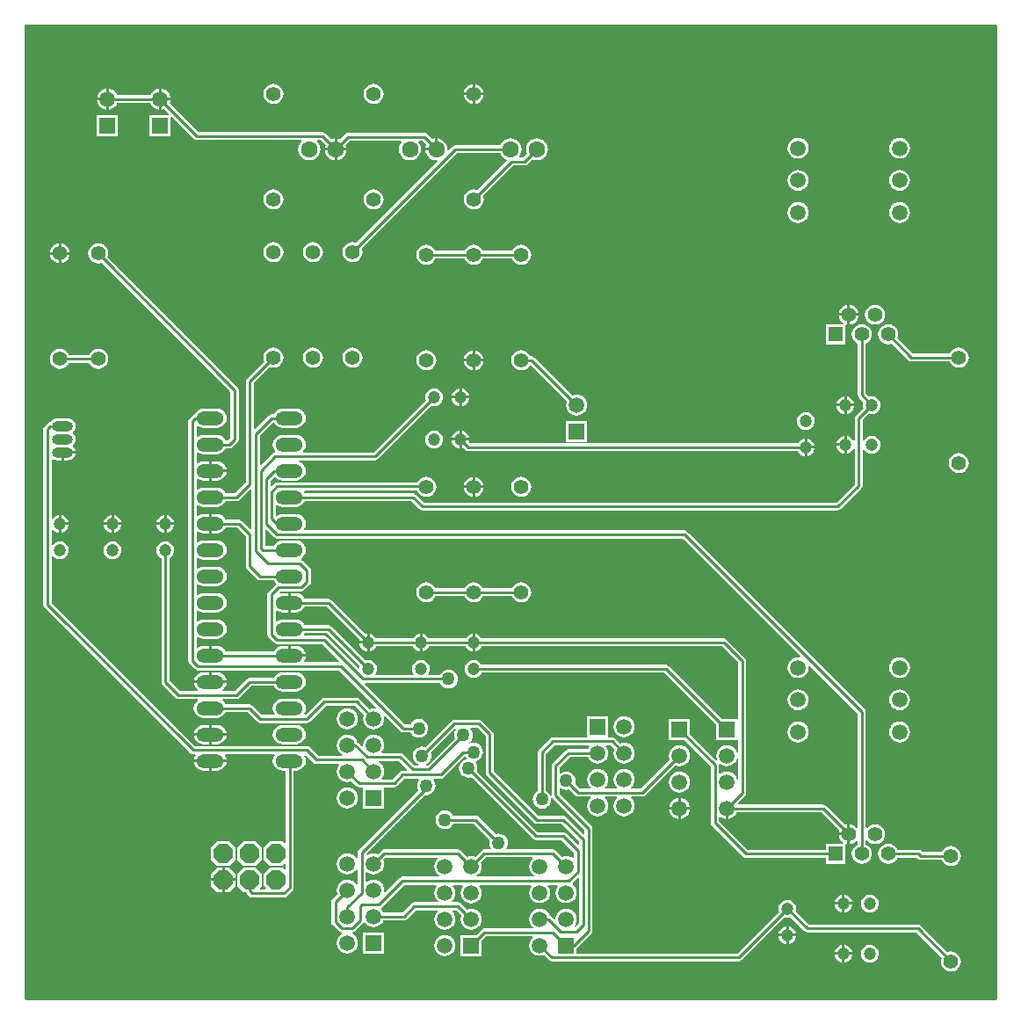
<source format=gbl>
G04*
G04 #@! TF.GenerationSoftware,Altium Limited,Altium Designer,20.0.10 (225)*
G04*
G04 Layer_Physical_Order=2*
G04 Layer_Color=16711680*
%FSLAX24Y24*%
%MOIN*%
G70*
G01*
G75*
%ADD12C,0.0100*%
%ADD38C,0.0591*%
%ADD39R,0.0591X0.0591*%
%ADD40C,0.0472*%
%ADD41C,0.0630*%
%ADD42P,0.0801X8X202.5*%
%ADD43C,0.0551*%
%ADD44O,0.0787X0.0394*%
%ADD45O,0.0787X0.0394*%
%ADD46O,0.1040X0.0520*%
%ADD47R,0.0551X0.0551*%
%ADD49C,0.0500*%
G36*
X36800Y0D02*
X0D01*
Y36900D01*
X36800D01*
X36800Y0D01*
D02*
G37*
%LPC*%
G36*
X17050Y34672D02*
Y34350D01*
X17372D01*
X17366Y34398D01*
X17328Y34489D01*
X17268Y34568D01*
X17189Y34628D01*
X17098Y34666D01*
X17050Y34672D01*
D02*
G37*
G36*
X16950D02*
X16902Y34666D01*
X16811Y34628D01*
X16732Y34568D01*
X16672Y34489D01*
X16634Y34398D01*
X16628Y34350D01*
X16950D01*
Y34672D01*
D02*
G37*
G36*
X5150Y34492D02*
Y34150D01*
X5492D01*
X5485Y34203D01*
X5445Y34299D01*
X5382Y34382D01*
X5299Y34445D01*
X5203Y34485D01*
X5150Y34492D01*
D02*
G37*
G36*
X3050D02*
X2997Y34485D01*
X2901Y34445D01*
X2818Y34382D01*
X2755Y34299D01*
X2715Y34203D01*
X2708Y34150D01*
X3050D01*
Y34492D01*
D02*
G37*
G36*
X17372Y34250D02*
X17050D01*
Y33928D01*
X17098Y33934D01*
X17189Y33972D01*
X17268Y34032D01*
X17328Y34111D01*
X17366Y34202D01*
X17372Y34250D01*
D02*
G37*
G36*
X16950D02*
X16628D01*
X16634Y34202D01*
X16672Y34111D01*
X16732Y34032D01*
X16811Y33972D01*
X16902Y33934D01*
X16950Y33928D01*
Y34250D01*
D02*
G37*
G36*
X13200Y34679D02*
X13102Y34666D01*
X13011Y34628D01*
X12932Y34568D01*
X12872Y34489D01*
X12834Y34398D01*
X12821Y34300D01*
X12834Y34202D01*
X12872Y34111D01*
X12932Y34032D01*
X13011Y33972D01*
X13102Y33934D01*
X13200Y33921D01*
X13298Y33934D01*
X13389Y33972D01*
X13468Y34032D01*
X13528Y34111D01*
X13566Y34202D01*
X13579Y34300D01*
X13566Y34398D01*
X13528Y34489D01*
X13468Y34568D01*
X13389Y34628D01*
X13298Y34666D01*
X13200Y34679D01*
D02*
G37*
G36*
X9400D02*
X9302Y34666D01*
X9211Y34628D01*
X9132Y34568D01*
X9072Y34489D01*
X9034Y34398D01*
X9021Y34300D01*
X9034Y34202D01*
X9072Y34111D01*
X9132Y34032D01*
X9211Y33972D01*
X9302Y33934D01*
X9400Y33921D01*
X9498Y33934D01*
X9589Y33972D01*
X9668Y34032D01*
X9728Y34111D01*
X9766Y34202D01*
X9779Y34300D01*
X9766Y34398D01*
X9728Y34489D01*
X9668Y34568D01*
X9589Y34628D01*
X9498Y34666D01*
X9400Y34679D01*
D02*
G37*
G36*
X3150Y34492D02*
Y34100D01*
Y33708D01*
X3203Y33715D01*
X3299Y33755D01*
X3382Y33818D01*
X3445Y33901D01*
X3464Y33947D01*
X4736D01*
X4755Y33901D01*
X4818Y33818D01*
X4901Y33755D01*
X4997Y33715D01*
X5050Y33708D01*
Y34100D01*
Y34492D01*
X4997Y34485D01*
X4901Y34445D01*
X4818Y34382D01*
X4755Y34299D01*
X4736Y34253D01*
X3464D01*
X3445Y34299D01*
X3382Y34382D01*
X3299Y34445D01*
X3203Y34485D01*
X3150Y34492D01*
D02*
G37*
G36*
X3050Y34050D02*
X2708D01*
X2715Y33997D01*
X2755Y33901D01*
X2818Y33818D01*
X2901Y33755D01*
X2997Y33715D01*
X3050Y33708D01*
Y34050D01*
D02*
G37*
G36*
X3495Y33495D02*
X2705D01*
Y32705D01*
X3495D01*
Y33495D01*
D02*
G37*
G36*
X15111Y32823D02*
X12231D01*
X12173Y32811D01*
X12123Y32778D01*
X11926Y32581D01*
X11870Y32604D01*
X11811Y32612D01*
Y32250D01*
X12173D01*
X12166Y32308D01*
X12142Y32365D01*
X12295Y32517D01*
X14238D01*
X14263Y32467D01*
X14218Y32409D01*
X14176Y32308D01*
X14162Y32200D01*
X14176Y32092D01*
X14218Y31991D01*
X14285Y31904D01*
X14371Y31838D01*
X14472Y31796D01*
X14581Y31781D01*
X14689Y31796D01*
X14790Y31838D01*
X14877Y31904D01*
X14943Y31991D01*
X14985Y32092D01*
X14999Y32200D01*
X14985Y32308D01*
X14943Y32409D01*
X14899Y32467D01*
X14923Y32517D01*
X15047D01*
X15200Y32365D01*
X15176Y32308D01*
X15169Y32250D01*
X15531D01*
Y32612D01*
X15472Y32604D01*
X15416Y32581D01*
X15219Y32778D01*
X15169Y32811D01*
X15111Y32823D01*
D02*
G37*
G36*
X5492Y34050D02*
X5150D01*
Y33708D01*
X5203Y33715D01*
X5250Y33734D01*
X5442Y33541D01*
X5423Y33495D01*
X4705D01*
Y32705D01*
X5495D01*
Y33423D01*
X5541Y33442D01*
X6392Y32592D01*
X6441Y32559D01*
X6500Y32547D01*
X10454D01*
X10470Y32500D01*
X10465Y32496D01*
X10399Y32409D01*
X10357Y32308D01*
X10343Y32200D01*
X10357Y32092D01*
X10399Y31991D01*
X10465Y31904D01*
X10552Y31838D01*
X10653Y31796D01*
X10761Y31781D01*
X10870Y31796D01*
X10971Y31838D01*
X11057Y31904D01*
X11124Y31991D01*
X11166Y32092D01*
X11180Y32200D01*
X11166Y32308D01*
X11124Y32409D01*
X11057Y32496D01*
X11052Y32500D01*
X11069Y32547D01*
X11198D01*
X11380Y32365D01*
X11357Y32308D01*
X11349Y32250D01*
X11711D01*
Y32612D01*
X11653Y32604D01*
X11597Y32581D01*
X11370Y32808D01*
X11320Y32841D01*
X11261Y32853D01*
X6563D01*
X5466Y33950D01*
X5485Y33997D01*
X5492Y34050D01*
D02*
G37*
G36*
X19400Y32619D02*
X19292Y32604D01*
X19191Y32562D01*
X19104Y32496D01*
X19038Y32409D01*
X18996Y32308D01*
X18981Y32200D01*
X18996Y32092D01*
X19019Y32035D01*
X18867Y31883D01*
X18743D01*
X18718Y31933D01*
X18762Y31991D01*
X18804Y32092D01*
X18819Y32200D01*
X18804Y32308D01*
X18762Y32409D01*
X18696Y32496D01*
X18609Y32562D01*
X18508Y32604D01*
X18400Y32619D01*
X18292Y32604D01*
X18191Y32562D01*
X18104Y32496D01*
X18038Y32409D01*
X18014Y32353D01*
X16300D01*
X16241Y32341D01*
X16192Y32308D01*
X16041Y32158D01*
X15997Y32180D01*
X15999Y32200D01*
X15985Y32308D01*
X15943Y32409D01*
X15877Y32496D01*
X15790Y32562D01*
X15689Y32604D01*
X15631Y32612D01*
Y32200D01*
X15581D01*
Y32150D01*
X15169D01*
X15176Y32092D01*
X15218Y31991D01*
X15285Y31904D01*
X15371Y31838D01*
X15472Y31796D01*
X15581Y31781D01*
X15601Y31784D01*
X15623Y31739D01*
X12535Y28651D01*
X12498Y28666D01*
X12400Y28679D01*
X12302Y28666D01*
X12211Y28628D01*
X12132Y28568D01*
X12072Y28489D01*
X12034Y28398D01*
X12021Y28300D01*
X12034Y28202D01*
X12072Y28111D01*
X12132Y28032D01*
X12211Y27972D01*
X12302Y27934D01*
X12400Y27921D01*
X12498Y27934D01*
X12589Y27972D01*
X12668Y28032D01*
X12728Y28111D01*
X12766Y28202D01*
X12779Y28300D01*
X12766Y28398D01*
X12751Y28435D01*
X16363Y32047D01*
X18014D01*
X18038Y31991D01*
X18104Y31904D01*
X18191Y31838D01*
X18241Y31817D01*
X18251Y31767D01*
X17135Y30651D01*
X17098Y30666D01*
X17000Y30679D01*
X16902Y30666D01*
X16811Y30628D01*
X16732Y30568D01*
X16672Y30489D01*
X16634Y30398D01*
X16621Y30300D01*
X16634Y30202D01*
X16672Y30111D01*
X16732Y30032D01*
X16811Y29972D01*
X16902Y29934D01*
X17000Y29921D01*
X17098Y29934D01*
X17189Y29972D01*
X17268Y30032D01*
X17328Y30111D01*
X17366Y30202D01*
X17379Y30300D01*
X17366Y30398D01*
X17351Y30435D01*
X18493Y31577D01*
X18930D01*
X18989Y31589D01*
X19038Y31622D01*
X19235Y31819D01*
X19292Y31796D01*
X19400Y31781D01*
X19508Y31796D01*
X19609Y31838D01*
X19696Y31904D01*
X19762Y31991D01*
X19804Y32092D01*
X19819Y32200D01*
X19804Y32308D01*
X19762Y32409D01*
X19696Y32496D01*
X19609Y32562D01*
X19508Y32604D01*
X19400Y32619D01*
D02*
G37*
G36*
X33158Y32640D02*
X33055Y32626D01*
X32959Y32586D01*
X32876Y32523D01*
X32813Y32440D01*
X32773Y32344D01*
X32760Y32241D01*
X32773Y32138D01*
X32813Y32042D01*
X32876Y31959D01*
X32959Y31896D01*
X33055Y31856D01*
X33158Y31842D01*
X33261Y31856D01*
X33358Y31896D01*
X33440Y31959D01*
X33504Y32042D01*
X33543Y32138D01*
X33557Y32241D01*
X33543Y32344D01*
X33504Y32440D01*
X33440Y32523D01*
X33358Y32586D01*
X33261Y32626D01*
X33158Y32640D01*
D02*
G37*
G36*
X29300D02*
X29197Y32626D01*
X29101Y32586D01*
X29018Y32523D01*
X28955Y32440D01*
X28915Y32344D01*
X28901Y32241D01*
X28915Y32138D01*
X28955Y32042D01*
X29018Y31959D01*
X29101Y31896D01*
X29197Y31856D01*
X29300Y31842D01*
X29403Y31856D01*
X29499Y31896D01*
X29582Y31959D01*
X29645Y32042D01*
X29685Y32138D01*
X29699Y32241D01*
X29685Y32344D01*
X29645Y32440D01*
X29582Y32523D01*
X29499Y32586D01*
X29403Y32626D01*
X29300Y32640D01*
D02*
G37*
G36*
X12173Y32150D02*
X11811D01*
Y31788D01*
X11870Y31796D01*
X11971Y31838D01*
X12057Y31904D01*
X12124Y31991D01*
X12166Y32092D01*
X12173Y32150D01*
D02*
G37*
G36*
X11711D02*
X11349D01*
X11357Y32092D01*
X11399Y31991D01*
X11465Y31904D01*
X11552Y31838D01*
X11653Y31796D01*
X11711Y31788D01*
Y32150D01*
D02*
G37*
G36*
X33158Y31419D02*
X33055Y31406D01*
X32959Y31366D01*
X32876Y31302D01*
X32813Y31220D01*
X32773Y31124D01*
X32760Y31020D01*
X32773Y30917D01*
X32813Y30821D01*
X32876Y30739D01*
X32959Y30675D01*
X33055Y30635D01*
X33158Y30622D01*
X33261Y30635D01*
X33358Y30675D01*
X33440Y30739D01*
X33504Y30821D01*
X33543Y30917D01*
X33557Y31020D01*
X33543Y31124D01*
X33504Y31220D01*
X33440Y31302D01*
X33358Y31366D01*
X33261Y31406D01*
X33158Y31419D01*
D02*
G37*
G36*
X29300D02*
X29197Y31406D01*
X29101Y31366D01*
X29018Y31302D01*
X28955Y31220D01*
X28915Y31124D01*
X28901Y31020D01*
X28915Y30917D01*
X28955Y30821D01*
X29018Y30739D01*
X29101Y30675D01*
X29197Y30635D01*
X29300Y30622D01*
X29403Y30635D01*
X29499Y30675D01*
X29582Y30739D01*
X29645Y30821D01*
X29685Y30917D01*
X29699Y31020D01*
X29685Y31124D01*
X29645Y31220D01*
X29582Y31302D01*
X29499Y31366D01*
X29403Y31406D01*
X29300Y31419D01*
D02*
G37*
G36*
X13200Y30679D02*
X13102Y30666D01*
X13011Y30628D01*
X12932Y30568D01*
X12872Y30489D01*
X12834Y30398D01*
X12821Y30300D01*
X12834Y30202D01*
X12872Y30111D01*
X12932Y30032D01*
X13011Y29972D01*
X13102Y29934D01*
X13200Y29921D01*
X13298Y29934D01*
X13389Y29972D01*
X13468Y30032D01*
X13528Y30111D01*
X13566Y30202D01*
X13579Y30300D01*
X13566Y30398D01*
X13528Y30489D01*
X13468Y30568D01*
X13389Y30628D01*
X13298Y30666D01*
X13200Y30679D01*
D02*
G37*
G36*
X9400D02*
X9302Y30666D01*
X9211Y30628D01*
X9132Y30568D01*
X9072Y30489D01*
X9034Y30398D01*
X9021Y30300D01*
X9034Y30202D01*
X9072Y30111D01*
X9132Y30032D01*
X9211Y29972D01*
X9302Y29934D01*
X9400Y29921D01*
X9498Y29934D01*
X9589Y29972D01*
X9668Y30032D01*
X9728Y30111D01*
X9766Y30202D01*
X9779Y30300D01*
X9766Y30398D01*
X9728Y30489D01*
X9668Y30568D01*
X9589Y30628D01*
X9498Y30666D01*
X9400Y30679D01*
D02*
G37*
G36*
X33158Y30199D02*
X33055Y30185D01*
X32959Y30145D01*
X32876Y30082D01*
X32813Y29999D01*
X32773Y29903D01*
X32760Y29800D01*
X32773Y29697D01*
X32813Y29601D01*
X32876Y29518D01*
X32959Y29455D01*
X33055Y29415D01*
X33158Y29401D01*
X33261Y29415D01*
X33358Y29455D01*
X33440Y29518D01*
X33504Y29601D01*
X33543Y29697D01*
X33557Y29800D01*
X33543Y29903D01*
X33504Y29999D01*
X33440Y30082D01*
X33358Y30145D01*
X33261Y30185D01*
X33158Y30199D01*
D02*
G37*
G36*
X29300D02*
X29197Y30185D01*
X29101Y30145D01*
X29018Y30082D01*
X28955Y29999D01*
X28915Y29903D01*
X28901Y29800D01*
X28915Y29697D01*
X28955Y29601D01*
X29018Y29518D01*
X29101Y29455D01*
X29197Y29415D01*
X29300Y29401D01*
X29403Y29415D01*
X29499Y29455D01*
X29582Y29518D01*
X29645Y29601D01*
X29685Y29697D01*
X29699Y29800D01*
X29685Y29903D01*
X29645Y29999D01*
X29582Y30082D01*
X29499Y30145D01*
X29403Y30185D01*
X29300Y30199D01*
D02*
G37*
G36*
X18800Y28579D02*
X18702Y28566D01*
X18611Y28528D01*
X18532Y28468D01*
X18472Y28389D01*
X18457Y28353D01*
X17343D01*
X17328Y28389D01*
X17268Y28468D01*
X17189Y28528D01*
X17098Y28566D01*
X17000Y28579D01*
X16902Y28566D01*
X16811Y28528D01*
X16732Y28468D01*
X16672Y28389D01*
X16657Y28353D01*
X15543D01*
X15528Y28389D01*
X15468Y28468D01*
X15389Y28528D01*
X15298Y28566D01*
X15200Y28579D01*
X15102Y28566D01*
X15011Y28528D01*
X14932Y28468D01*
X14872Y28389D01*
X14834Y28298D01*
X14821Y28200D01*
X14834Y28102D01*
X14872Y28011D01*
X14932Y27932D01*
X15011Y27872D01*
X15102Y27834D01*
X15200Y27821D01*
X15298Y27834D01*
X15389Y27872D01*
X15468Y27932D01*
X15528Y28011D01*
X15543Y28047D01*
X16657D01*
X16672Y28011D01*
X16732Y27932D01*
X16811Y27872D01*
X16902Y27834D01*
X17000Y27821D01*
X17098Y27834D01*
X17189Y27872D01*
X17268Y27932D01*
X17328Y28011D01*
X17343Y28047D01*
X18457D01*
X18472Y28011D01*
X18532Y27932D01*
X18611Y27872D01*
X18702Y27834D01*
X18800Y27821D01*
X18898Y27834D01*
X18989Y27872D01*
X19068Y27932D01*
X19128Y28011D01*
X19166Y28102D01*
X19179Y28200D01*
X19166Y28298D01*
X19128Y28389D01*
X19068Y28468D01*
X18989Y28528D01*
X18898Y28566D01*
X18800Y28579D01*
D02*
G37*
G36*
X1350Y28622D02*
Y28300D01*
X1672D01*
X1666Y28348D01*
X1628Y28439D01*
X1568Y28518D01*
X1489Y28578D01*
X1398Y28616D01*
X1350Y28622D01*
D02*
G37*
G36*
X1250D02*
X1202Y28616D01*
X1111Y28578D01*
X1032Y28518D01*
X972Y28439D01*
X934Y28348D01*
X928Y28300D01*
X1250D01*
Y28622D01*
D02*
G37*
G36*
X10900Y28679D02*
X10802Y28666D01*
X10711Y28628D01*
X10632Y28568D01*
X10572Y28489D01*
X10534Y28398D01*
X10521Y28300D01*
X10534Y28202D01*
X10572Y28111D01*
X10632Y28032D01*
X10711Y27972D01*
X10802Y27934D01*
X10900Y27921D01*
X10998Y27934D01*
X11089Y27972D01*
X11168Y28032D01*
X11228Y28111D01*
X11266Y28202D01*
X11279Y28300D01*
X11266Y28398D01*
X11228Y28489D01*
X11168Y28568D01*
X11089Y28628D01*
X10998Y28666D01*
X10900Y28679D01*
D02*
G37*
G36*
X9400D02*
X9302Y28666D01*
X9211Y28628D01*
X9132Y28568D01*
X9072Y28489D01*
X9034Y28398D01*
X9021Y28300D01*
X9034Y28202D01*
X9072Y28111D01*
X9132Y28032D01*
X9211Y27972D01*
X9302Y27934D01*
X9400Y27921D01*
X9498Y27934D01*
X9589Y27972D01*
X9668Y28032D01*
X9728Y28111D01*
X9766Y28202D01*
X9779Y28300D01*
X9766Y28398D01*
X9728Y28489D01*
X9668Y28568D01*
X9589Y28628D01*
X9498Y28666D01*
X9400Y28679D01*
D02*
G37*
G36*
X1672Y28200D02*
X1350D01*
Y27878D01*
X1398Y27884D01*
X1489Y27922D01*
X1568Y27982D01*
X1628Y28061D01*
X1666Y28152D01*
X1672Y28200D01*
D02*
G37*
G36*
X1250D02*
X928D01*
X934Y28152D01*
X972Y28061D01*
X1032Y27982D01*
X1111Y27922D01*
X1202Y27884D01*
X1250Y27878D01*
Y28200D01*
D02*
G37*
G36*
X31271Y26300D02*
Y25978D01*
X31594D01*
X31587Y26026D01*
X31549Y26117D01*
X31489Y26196D01*
X31411Y26256D01*
X31319Y26294D01*
X31271Y26300D01*
D02*
G37*
G36*
X31171D02*
X31123Y26294D01*
X31032Y26256D01*
X30953Y26196D01*
X30893Y26117D01*
X30855Y26026D01*
X30849Y25978D01*
X31171D01*
Y26300D01*
D02*
G37*
G36*
X31594Y25878D02*
X31271D01*
Y25556D01*
X31319Y25562D01*
X31411Y25600D01*
X31489Y25660D01*
X31549Y25739D01*
X31587Y25830D01*
X31594Y25878D01*
D02*
G37*
G36*
X31171D02*
X30849D01*
X30855Y25830D01*
X30893Y25739D01*
X30953Y25660D01*
X31027Y25604D01*
X31027Y25587D01*
X31013Y25554D01*
X30346D01*
Y24802D01*
X31097D01*
Y25519D01*
X31103Y25528D01*
X31144Y25559D01*
X31171Y25556D01*
Y25878D01*
D02*
G37*
G36*
X32221Y26307D02*
X32123Y26294D01*
X32032Y26256D01*
X31953Y26196D01*
X31893Y26117D01*
X31855Y26026D01*
X31842Y25928D01*
X31855Y25830D01*
X31893Y25739D01*
X31953Y25660D01*
X32032Y25600D01*
X32123Y25562D01*
X32221Y25549D01*
X32319Y25562D01*
X32411Y25600D01*
X32489Y25660D01*
X32549Y25739D01*
X32587Y25830D01*
X32600Y25928D01*
X32587Y26026D01*
X32549Y26117D01*
X32489Y26196D01*
X32411Y26256D01*
X32319Y26294D01*
X32221Y26307D01*
D02*
G37*
G36*
X2750Y24629D02*
X2652Y24616D01*
X2561Y24578D01*
X2482Y24518D01*
X2422Y24439D01*
X2407Y24403D01*
X1643D01*
X1628Y24439D01*
X1568Y24518D01*
X1489Y24578D01*
X1398Y24616D01*
X1300Y24629D01*
X1202Y24616D01*
X1111Y24578D01*
X1032Y24518D01*
X972Y24439D01*
X934Y24348D01*
X921Y24250D01*
X934Y24152D01*
X972Y24061D01*
X1032Y23982D01*
X1111Y23922D01*
X1202Y23884D01*
X1300Y23871D01*
X1398Y23884D01*
X1489Y23922D01*
X1568Y23982D01*
X1628Y24061D01*
X1643Y24097D01*
X2407D01*
X2422Y24061D01*
X2482Y23982D01*
X2561Y23922D01*
X2652Y23884D01*
X2750Y23871D01*
X2848Y23884D01*
X2939Y23922D01*
X3018Y23982D01*
X3078Y24061D01*
X3116Y24152D01*
X3129Y24250D01*
X3116Y24348D01*
X3078Y24439D01*
X3018Y24518D01*
X2939Y24578D01*
X2848Y24616D01*
X2750Y24629D01*
D02*
G37*
G36*
X17050Y24572D02*
Y24250D01*
X17372D01*
X17366Y24298D01*
X17328Y24389D01*
X17268Y24468D01*
X17189Y24528D01*
X17098Y24566D01*
X17050Y24572D01*
D02*
G37*
G36*
X16950D02*
X16902Y24566D01*
X16811Y24528D01*
X16732Y24468D01*
X16672Y24389D01*
X16634Y24298D01*
X16628Y24250D01*
X16950D01*
Y24572D01*
D02*
G37*
G36*
X32721Y25557D02*
X32623Y25544D01*
X32532Y25506D01*
X32453Y25446D01*
X32393Y25367D01*
X32355Y25276D01*
X32342Y25178D01*
X32355Y25080D01*
X32393Y24989D01*
X32453Y24910D01*
X32532Y24850D01*
X32623Y24812D01*
X32721Y24799D01*
X32819Y24812D01*
X32856Y24827D01*
X33491Y24192D01*
X33541Y24159D01*
X33599Y24147D01*
X35057D01*
X35072Y24111D01*
X35132Y24032D01*
X35211Y23972D01*
X35302Y23934D01*
X35400Y23921D01*
X35498Y23934D01*
X35589Y23972D01*
X35668Y24032D01*
X35728Y24111D01*
X35766Y24202D01*
X35779Y24300D01*
X35766Y24398D01*
X35728Y24489D01*
X35668Y24568D01*
X35589Y24628D01*
X35498Y24666D01*
X35400Y24679D01*
X35302Y24666D01*
X35211Y24628D01*
X35132Y24568D01*
X35072Y24489D01*
X35057Y24453D01*
X33663D01*
X33072Y25043D01*
X33087Y25080D01*
X33100Y25178D01*
X33087Y25276D01*
X33049Y25367D01*
X32989Y25446D01*
X32911Y25506D01*
X32819Y25544D01*
X32721Y25557D01*
D02*
G37*
G36*
X12400Y24679D02*
X12302Y24666D01*
X12211Y24628D01*
X12132Y24568D01*
X12072Y24489D01*
X12034Y24398D01*
X12021Y24300D01*
X12034Y24202D01*
X12072Y24111D01*
X12132Y24032D01*
X12211Y23972D01*
X12302Y23934D01*
X12400Y23921D01*
X12498Y23934D01*
X12589Y23972D01*
X12668Y24032D01*
X12728Y24111D01*
X12766Y24202D01*
X12779Y24300D01*
X12766Y24398D01*
X12728Y24489D01*
X12668Y24568D01*
X12589Y24628D01*
X12498Y24666D01*
X12400Y24679D01*
D02*
G37*
G36*
X10900D02*
X10802Y24666D01*
X10711Y24628D01*
X10632Y24568D01*
X10572Y24489D01*
X10534Y24398D01*
X10521Y24300D01*
X10534Y24202D01*
X10572Y24111D01*
X10632Y24032D01*
X10711Y23972D01*
X10802Y23934D01*
X10900Y23921D01*
X10998Y23934D01*
X11089Y23972D01*
X11168Y24032D01*
X11228Y24111D01*
X11266Y24202D01*
X11279Y24300D01*
X11266Y24398D01*
X11228Y24489D01*
X11168Y24568D01*
X11089Y24628D01*
X10998Y24666D01*
X10900Y24679D01*
D02*
G37*
G36*
X17372Y24150D02*
X17050D01*
Y23828D01*
X17098Y23834D01*
X17189Y23872D01*
X17268Y23932D01*
X17328Y24011D01*
X17366Y24102D01*
X17372Y24150D01*
D02*
G37*
G36*
X16950D02*
X16628D01*
X16634Y24102D01*
X16672Y24011D01*
X16732Y23932D01*
X16811Y23872D01*
X16902Y23834D01*
X16950Y23828D01*
Y24150D01*
D02*
G37*
G36*
X15200Y24579D02*
X15102Y24566D01*
X15011Y24528D01*
X14932Y24468D01*
X14872Y24389D01*
X14834Y24298D01*
X14821Y24200D01*
X14834Y24102D01*
X14872Y24011D01*
X14932Y23932D01*
X15011Y23872D01*
X15102Y23834D01*
X15200Y23821D01*
X15298Y23834D01*
X15389Y23872D01*
X15468Y23932D01*
X15528Y24011D01*
X15566Y24102D01*
X15579Y24200D01*
X15566Y24298D01*
X15528Y24389D01*
X15468Y24468D01*
X15389Y24528D01*
X15298Y24566D01*
X15200Y24579D01*
D02*
G37*
G36*
X16550Y23133D02*
Y22850D01*
X16833D01*
X16828Y22888D01*
X16794Y22970D01*
X16740Y23040D01*
X16670Y23094D01*
X16588Y23128D01*
X16550Y23133D01*
D02*
G37*
G36*
X16450D02*
X16412Y23128D01*
X16330Y23094D01*
X16260Y23040D01*
X16206Y22970D01*
X16172Y22888D01*
X16167Y22850D01*
X16450D01*
Y23133D01*
D02*
G37*
G36*
X31150Y22833D02*
Y22550D01*
X31433D01*
X31428Y22588D01*
X31394Y22670D01*
X31340Y22740D01*
X31270Y22794D01*
X31188Y22828D01*
X31150Y22833D01*
D02*
G37*
G36*
X31050D02*
X31012Y22828D01*
X30930Y22794D01*
X30860Y22740D01*
X30806Y22670D01*
X30772Y22588D01*
X30767Y22550D01*
X31050D01*
Y22833D01*
D02*
G37*
G36*
X16833Y22750D02*
X16550D01*
Y22467D01*
X16588Y22472D01*
X16670Y22506D01*
X16740Y22560D01*
X16794Y22630D01*
X16828Y22712D01*
X16833Y22750D01*
D02*
G37*
G36*
X16450D02*
X16167D01*
X16172Y22712D01*
X16206Y22630D01*
X16260Y22560D01*
X16330Y22506D01*
X16412Y22472D01*
X16450Y22467D01*
Y22750D01*
D02*
G37*
G36*
X31433Y22450D02*
X31150D01*
Y22167D01*
X31188Y22172D01*
X31270Y22206D01*
X31340Y22260D01*
X31394Y22330D01*
X31428Y22412D01*
X31433Y22450D01*
D02*
G37*
G36*
X31050D02*
X30767D01*
X30772Y22412D01*
X30806Y22330D01*
X30860Y22260D01*
X30930Y22206D01*
X31012Y22172D01*
X31050Y22167D01*
Y22450D01*
D02*
G37*
G36*
X18800Y24579D02*
X18702Y24566D01*
X18611Y24528D01*
X18532Y24468D01*
X18472Y24389D01*
X18434Y24298D01*
X18421Y24200D01*
X18434Y24102D01*
X18472Y24011D01*
X18532Y23932D01*
X18611Y23872D01*
X18702Y23834D01*
X18800Y23821D01*
X18898Y23834D01*
X18989Y23872D01*
X19068Y23932D01*
X19117Y23996D01*
X19175Y24008D01*
X20534Y22650D01*
X20515Y22603D01*
X20501Y22500D01*
X20515Y22397D01*
X20555Y22301D01*
X20618Y22218D01*
X20701Y22155D01*
X20797Y22115D01*
X20900Y22101D01*
X21003Y22115D01*
X21099Y22155D01*
X21182Y22218D01*
X21245Y22301D01*
X21285Y22397D01*
X21299Y22500D01*
X21285Y22603D01*
X21245Y22699D01*
X21182Y22782D01*
X21099Y22845D01*
X21003Y22885D01*
X20900Y22899D01*
X20797Y22885D01*
X20750Y22866D01*
X19308Y24308D01*
X19259Y24341D01*
X19200Y24353D01*
X19143D01*
X19128Y24389D01*
X19068Y24468D01*
X18989Y24528D01*
X18898Y24566D01*
X18800Y24579D01*
D02*
G37*
G36*
X2750Y28629D02*
X2652Y28616D01*
X2561Y28578D01*
X2482Y28518D01*
X2422Y28439D01*
X2384Y28348D01*
X2371Y28250D01*
X2384Y28152D01*
X2422Y28061D01*
X2482Y27982D01*
X2561Y27922D01*
X2652Y27884D01*
X2750Y27871D01*
X2848Y27884D01*
X2885Y27899D01*
X7777Y23007D01*
Y21263D01*
X7667Y21153D01*
X7586D01*
X7574Y21182D01*
X7517Y21257D01*
X7442Y21314D01*
X7354Y21351D01*
X7260Y21363D01*
X6740D01*
X6646Y21351D01*
X6558Y21314D01*
X6533Y21295D01*
X6483Y21320D01*
Y21680D01*
X6533Y21705D01*
X6558Y21686D01*
X6646Y21649D01*
X6740Y21637D01*
X7260D01*
X7354Y21649D01*
X7442Y21686D01*
X7517Y21743D01*
X7574Y21818D01*
X7611Y21906D01*
X7623Y22000D01*
X7611Y22094D01*
X7574Y22182D01*
X7517Y22257D01*
X7442Y22314D01*
X7354Y22351D01*
X7260Y22363D01*
X6740D01*
X6646Y22351D01*
X6558Y22314D01*
X6483Y22257D01*
X6426Y22182D01*
X6412Y22149D01*
X6371Y22141D01*
X6322Y22108D01*
X6222Y22008D01*
X6189Y21959D01*
X6177Y21900D01*
Y12800D01*
X6189Y12741D01*
X6222Y12692D01*
X6432Y12482D01*
X6481Y12449D01*
X6540Y12437D01*
X11907D01*
X13309Y11035D01*
X13286Y10987D01*
X13200Y10999D01*
X13097Y10985D01*
X13050Y10966D01*
X12658Y11358D01*
X12609Y11391D01*
X12550Y11403D01*
X11330D01*
X11271Y11391D01*
X11222Y11358D01*
X10625Y10761D01*
X10596Y10765D01*
X10574Y10818D01*
X10574Y10818D01*
X10611Y10906D01*
X10623Y11000D01*
X10611Y11094D01*
X10574Y11182D01*
X10517Y11257D01*
X10442Y11314D01*
X10354Y11351D01*
X10260Y11363D01*
X9740D01*
X9646Y11351D01*
X9558Y11314D01*
X9483Y11257D01*
X9426Y11182D01*
X9389Y11094D01*
X9377Y11000D01*
X9389Y10906D01*
X9426Y10818D01*
X9445Y10793D01*
X9420Y10743D01*
X8973D01*
X8608Y11108D01*
X8559Y11141D01*
X8500Y11153D01*
X7586D01*
X7574Y11182D01*
X7517Y11257D01*
X7464Y11297D01*
X7481Y11347D01*
X8000D01*
X8059Y11359D01*
X8108Y11392D01*
X8563Y11847D01*
X9414D01*
X9426Y11818D01*
X9483Y11743D01*
X9558Y11686D01*
X9646Y11649D01*
X9740Y11637D01*
X10260D01*
X10354Y11649D01*
X10442Y11686D01*
X10517Y11743D01*
X10574Y11818D01*
X10611Y11906D01*
X10623Y12000D01*
X10611Y12094D01*
X10574Y12182D01*
X10517Y12257D01*
X10442Y12314D01*
X10354Y12351D01*
X10260Y12363D01*
X9740D01*
X9646Y12351D01*
X9558Y12314D01*
X9483Y12257D01*
X9426Y12182D01*
X9414Y12153D01*
X8500D01*
X8441Y12141D01*
X8392Y12108D01*
X7937Y11653D01*
X7481D01*
X7464Y11703D01*
X7517Y11743D01*
X7574Y11818D01*
X7611Y11906D01*
X7617Y11950D01*
X6383D01*
X6389Y11906D01*
X6426Y11818D01*
X6483Y11743D01*
X6536Y11703D01*
X6519Y11653D01*
X5863D01*
X5453Y12063D01*
Y16699D01*
X5470Y16706D01*
X5540Y16760D01*
X5594Y16830D01*
X5628Y16912D01*
X5639Y17000D01*
X5628Y17088D01*
X5594Y17170D01*
X5540Y17240D01*
X5470Y17294D01*
X5388Y17328D01*
X5300Y17339D01*
X5212Y17328D01*
X5130Y17294D01*
X5060Y17240D01*
X5006Y17170D01*
X4972Y17088D01*
X4961Y17000D01*
X4972Y16912D01*
X5006Y16830D01*
X5060Y16760D01*
X5130Y16706D01*
X5147Y16699D01*
Y12000D01*
X5159Y11941D01*
X5192Y11892D01*
X5692Y11392D01*
X5741Y11359D01*
X5800Y11347D01*
X6519D01*
X6536Y11297D01*
X6483Y11257D01*
X6426Y11182D01*
X6389Y11094D01*
X6377Y11000D01*
X6389Y10906D01*
X6426Y10818D01*
X6483Y10743D01*
X6558Y10686D01*
X6646Y10649D01*
X6740Y10637D01*
X7260D01*
X7354Y10649D01*
X7442Y10686D01*
X7517Y10743D01*
X7574Y10818D01*
X7586Y10847D01*
X8437D01*
X8802Y10482D01*
X8851Y10449D01*
X8910Y10437D01*
X10670D01*
X10729Y10449D01*
X10778Y10482D01*
X11393Y11097D01*
X12487D01*
X12834Y10750D01*
X12815Y10703D01*
X12801Y10600D01*
X12815Y10497D01*
X12855Y10401D01*
X12918Y10318D01*
X13001Y10255D01*
X13097Y10215D01*
X13200Y10201D01*
X13303Y10215D01*
X13399Y10255D01*
X13482Y10318D01*
X13545Y10401D01*
X13585Y10497D01*
X13599Y10600D01*
X13587Y10686D01*
X13635Y10709D01*
X14212Y10132D01*
X14261Y10099D01*
X14320Y10087D01*
X14605D01*
X14614Y10063D01*
X14670Y9990D01*
X14743Y9934D01*
X14829Y9899D01*
X14920Y9887D01*
X15011Y9899D01*
X15097Y9934D01*
X15170Y9990D01*
X15226Y10063D01*
X15261Y10149D01*
X15273Y10240D01*
X15261Y10331D01*
X15226Y10417D01*
X15170Y10490D01*
X15097Y10546D01*
X15011Y10581D01*
X14920Y10593D01*
X14829Y10581D01*
X14743Y10546D01*
X14670Y10490D01*
X14614Y10417D01*
X14605Y10393D01*
X14383D01*
X12865Y11911D01*
X12885Y11957D01*
X15725D01*
X15734Y11933D01*
X15790Y11860D01*
X15863Y11804D01*
X15949Y11769D01*
X16040Y11757D01*
X16131Y11769D01*
X16217Y11804D01*
X16290Y11860D01*
X16346Y11933D01*
X16381Y12019D01*
X16393Y12110D01*
X16381Y12201D01*
X16346Y12287D01*
X16290Y12360D01*
X16217Y12416D01*
X16131Y12451D01*
X16040Y12463D01*
X15949Y12451D01*
X15863Y12416D01*
X15790Y12360D01*
X15734Y12287D01*
X15725Y12263D01*
X15298D01*
X15276Y12308D01*
X15294Y12330D01*
X15328Y12412D01*
X15339Y12500D01*
X15328Y12588D01*
X15294Y12670D01*
X15240Y12740D01*
X15170Y12794D01*
X15088Y12828D01*
X15000Y12839D01*
X14912Y12828D01*
X14830Y12794D01*
X14760Y12740D01*
X14706Y12670D01*
X14672Y12588D01*
X14661Y12500D01*
X14672Y12412D01*
X14706Y12330D01*
X14724Y12308D01*
X14702Y12263D01*
X13298D01*
X13276Y12308D01*
X13294Y12330D01*
X13328Y12412D01*
X13339Y12500D01*
X13328Y12588D01*
X13294Y12670D01*
X13240Y12740D01*
X13170Y12794D01*
X13088Y12828D01*
X13000Y12839D01*
X12912Y12828D01*
X12896Y12821D01*
X11608Y14108D01*
X11559Y14141D01*
X11500Y14153D01*
X10586D01*
X10574Y14182D01*
X10517Y14257D01*
X10442Y14314D01*
X10354Y14351D01*
X10260Y14363D01*
X9740D01*
X9646Y14351D01*
X9558Y14314D01*
X9533Y14295D01*
X9483Y14320D01*
Y14680D01*
X9533Y14705D01*
X9558Y14686D01*
X9646Y14649D01*
X9740Y14637D01*
X9950D01*
Y15000D01*
Y15363D01*
X9740D01*
X9648Y15351D01*
X9644Y15354D01*
X9621Y15394D01*
X9663Y15437D01*
X10460D01*
X10519Y15449D01*
X10568Y15482D01*
X10778Y15692D01*
X10811Y15741D01*
X10823Y15800D01*
Y16230D01*
X10811Y16289D01*
X10778Y16338D01*
X10508Y16608D01*
X10459Y16641D01*
X10456Y16648D01*
X10452Y16694D01*
X10517Y16743D01*
X10574Y16818D01*
X10611Y16906D01*
X10623Y17000D01*
X10611Y17094D01*
X10574Y17182D01*
X10517Y17257D01*
X10442Y17314D01*
X10354Y17351D01*
X10260Y17363D01*
X9740D01*
X9646Y17351D01*
X9558Y17314D01*
X9483Y17257D01*
X9426Y17182D01*
X9414Y17153D01*
X9083D01*
Y17765D01*
X9129Y17785D01*
X9432Y17482D01*
X9481Y17449D01*
X9540Y17437D01*
X24937D01*
X29396Y12977D01*
X29373Y12930D01*
X29300Y12940D01*
X29197Y12926D01*
X29101Y12886D01*
X29018Y12823D01*
X28955Y12740D01*
X28915Y12644D01*
X28901Y12541D01*
X28915Y12438D01*
X28955Y12342D01*
X29018Y12259D01*
X29101Y12196D01*
X29197Y12156D01*
X29300Y12142D01*
X29403Y12156D01*
X29499Y12196D01*
X29582Y12259D01*
X29645Y12342D01*
X29685Y12438D01*
X29699Y12541D01*
X29689Y12614D01*
X29736Y12637D01*
X31568Y10805D01*
Y6475D01*
X31518Y6458D01*
X31489Y6496D01*
X31411Y6556D01*
X31319Y6594D01*
X31271Y6600D01*
Y6228D01*
Y5856D01*
X31319Y5862D01*
X31411Y5900D01*
X31489Y5960D01*
X31518Y5998D01*
X31568Y5981D01*
Y5821D01*
X31532Y5806D01*
X31453Y5746D01*
X31393Y5667D01*
X31355Y5576D01*
X31342Y5478D01*
X31355Y5380D01*
X31393Y5289D01*
X31453Y5210D01*
X31532Y5150D01*
X31623Y5112D01*
X31721Y5099D01*
X31819Y5112D01*
X31911Y5150D01*
X31989Y5210D01*
X32049Y5289D01*
X32087Y5380D01*
X32100Y5478D01*
X32087Y5576D01*
X32049Y5667D01*
X31989Y5746D01*
X31911Y5806D01*
X31874Y5821D01*
Y5981D01*
X31924Y5998D01*
X31953Y5960D01*
X32032Y5900D01*
X32123Y5862D01*
X32221Y5849D01*
X32319Y5862D01*
X32411Y5900D01*
X32489Y5960D01*
X32549Y6039D01*
X32587Y6130D01*
X32600Y6228D01*
X32587Y6326D01*
X32549Y6417D01*
X32489Y6496D01*
X32411Y6556D01*
X32319Y6594D01*
X32221Y6607D01*
X32123Y6594D01*
X32032Y6556D01*
X31953Y6496D01*
X31924Y6458D01*
X31874Y6475D01*
Y10869D01*
X31863Y10927D01*
X31829Y10977D01*
X25108Y17698D01*
X25059Y17731D01*
X25000Y17743D01*
X10580D01*
X10555Y17793D01*
X10574Y17818D01*
X10611Y17906D01*
X10623Y18000D01*
X10611Y18094D01*
X10574Y18182D01*
X10517Y18257D01*
X10442Y18314D01*
X10354Y18351D01*
X10260Y18363D01*
X9740D01*
X9646Y18351D01*
X9558Y18314D01*
X9533Y18295D01*
X9483Y18320D01*
Y18680D01*
X9533Y18705D01*
X9558Y18686D01*
X9646Y18649D01*
X9740Y18637D01*
X10260D01*
X10354Y18649D01*
X10442Y18686D01*
X10517Y18743D01*
X10574Y18818D01*
X10586Y18847D01*
X14637D01*
X14942Y18542D01*
X14991Y18509D01*
X15050Y18497D01*
X30810D01*
X30869Y18509D01*
X30918Y18542D01*
X31708Y19332D01*
X31741Y19381D01*
X31753Y19440D01*
Y20829D01*
X31803Y20839D01*
X31806Y20830D01*
X31860Y20760D01*
X31930Y20706D01*
X32012Y20672D01*
X32100Y20661D01*
X32188Y20672D01*
X32270Y20706D01*
X32340Y20760D01*
X32394Y20830D01*
X32428Y20912D01*
X32439Y21000D01*
X32428Y21088D01*
X32394Y21170D01*
X32340Y21240D01*
X32270Y21294D01*
X32188Y21328D01*
X32100Y21339D01*
X32012Y21328D01*
X31930Y21294D01*
X31860Y21240D01*
X31806Y21170D01*
X31803Y21161D01*
X31753Y21171D01*
Y21937D01*
X31996Y22179D01*
X32012Y22172D01*
X32100Y22161D01*
X32188Y22172D01*
X32270Y22206D01*
X32340Y22260D01*
X32394Y22330D01*
X32428Y22412D01*
X32439Y22500D01*
X32428Y22588D01*
X32394Y22670D01*
X32340Y22740D01*
X32270Y22794D01*
X32188Y22828D01*
X32100Y22839D01*
X32012Y22828D01*
X31996Y22821D01*
X31874Y22942D01*
Y24835D01*
X31911Y24850D01*
X31989Y24910D01*
X32049Y24989D01*
X32087Y25080D01*
X32100Y25178D01*
X32087Y25276D01*
X32049Y25367D01*
X31989Y25446D01*
X31911Y25506D01*
X31819Y25544D01*
X31721Y25557D01*
X31623Y25544D01*
X31532Y25506D01*
X31453Y25446D01*
X31393Y25367D01*
X31355Y25276D01*
X31342Y25178D01*
X31355Y25080D01*
X31393Y24989D01*
X31453Y24910D01*
X31532Y24850D01*
X31568Y24835D01*
Y22879D01*
X31580Y22820D01*
X31613Y22771D01*
X31779Y22604D01*
X31772Y22588D01*
X31761Y22500D01*
X31772Y22412D01*
X31779Y22396D01*
X31492Y22108D01*
X31459Y22059D01*
X31447Y22000D01*
Y21171D01*
X31397Y21161D01*
X31394Y21170D01*
X31340Y21240D01*
X31270Y21294D01*
X31188Y21328D01*
X31150Y21333D01*
Y21000D01*
Y20667D01*
X31188Y20672D01*
X31270Y20706D01*
X31340Y20760D01*
X31394Y20830D01*
X31397Y20839D01*
X31447Y20829D01*
Y19503D01*
X30747Y18803D01*
X15113D01*
X14808Y19108D01*
X14759Y19141D01*
X14700Y19153D01*
X10586D01*
X10574Y19182D01*
X10555Y19207D01*
X10580Y19257D01*
X14853D01*
X14872Y19211D01*
X14932Y19132D01*
X15011Y19072D01*
X15102Y19034D01*
X15200Y19021D01*
X15298Y19034D01*
X15389Y19072D01*
X15468Y19132D01*
X15528Y19211D01*
X15566Y19302D01*
X15579Y19400D01*
X15566Y19498D01*
X15528Y19589D01*
X15468Y19668D01*
X15389Y19728D01*
X15298Y19766D01*
X15200Y19779D01*
X15102Y19766D01*
X15011Y19728D01*
X14932Y19668D01*
X14872Y19589D01*
X14861Y19563D01*
X9540D01*
X9481Y19551D01*
X9432Y19518D01*
X9329Y19415D01*
X9283Y19435D01*
Y19637D01*
X9416Y19769D01*
X9466Y19766D01*
X9483Y19743D01*
X9558Y19686D01*
X9646Y19649D01*
X9740Y19637D01*
X10260D01*
X10354Y19649D01*
X10442Y19686D01*
X10517Y19743D01*
X10574Y19818D01*
X10611Y19906D01*
X10623Y20000D01*
X10611Y20094D01*
X10574Y20182D01*
X10517Y20257D01*
X10442Y20314D01*
X10354Y20351D01*
X10366Y20397D01*
X13250D01*
X13309Y20409D01*
X13358Y20442D01*
X15396Y22479D01*
X15412Y22472D01*
X15500Y22461D01*
X15588Y22472D01*
X15670Y22506D01*
X15740Y22560D01*
X15794Y22630D01*
X15828Y22712D01*
X15839Y22800D01*
X15828Y22888D01*
X15794Y22970D01*
X15740Y23040D01*
X15670Y23094D01*
X15588Y23128D01*
X15500Y23139D01*
X15412Y23128D01*
X15330Y23094D01*
X15260Y23040D01*
X15206Y22970D01*
X15172Y22888D01*
X15161Y22800D01*
X15172Y22712D01*
X15179Y22696D01*
X13187Y20703D01*
X10539D01*
X10524Y20753D01*
X10574Y20818D01*
X10611Y20906D01*
X10623Y21000D01*
X10611Y21094D01*
X10574Y21182D01*
X10517Y21257D01*
X10442Y21314D01*
X10354Y21351D01*
X10260Y21363D01*
X9740D01*
X9646Y21351D01*
X9558Y21314D01*
X9483Y21257D01*
X9426Y21182D01*
X9389Y21094D01*
X9377Y21000D01*
X9389Y20906D01*
X9426Y20818D01*
X9476Y20753D01*
X9476Y20739D01*
X9470Y20721D01*
X9458Y20700D01*
X9416Y20691D01*
X9367Y20658D01*
X8929Y20220D01*
X8883Y20240D01*
Y21337D01*
X9369Y21823D01*
X9418Y21819D01*
X9429Y21813D01*
X9483Y21743D01*
X9558Y21686D01*
X9646Y21649D01*
X9740Y21637D01*
X10260D01*
X10354Y21649D01*
X10442Y21686D01*
X10517Y21743D01*
X10574Y21818D01*
X10611Y21906D01*
X10623Y22000D01*
X10611Y22094D01*
X10574Y22182D01*
X10517Y22257D01*
X10442Y22314D01*
X10354Y22351D01*
X10260Y22363D01*
X9740D01*
X9646Y22351D01*
X9558Y22314D01*
X9483Y22257D01*
X9426Y22182D01*
X9414Y22153D01*
X9330D01*
X9271Y22141D01*
X9222Y22108D01*
X8699Y21585D01*
X8653Y21605D01*
Y23337D01*
X9265Y23949D01*
X9302Y23934D01*
X9400Y23921D01*
X9498Y23934D01*
X9589Y23972D01*
X9668Y24032D01*
X9728Y24111D01*
X9766Y24202D01*
X9779Y24300D01*
X9766Y24398D01*
X9728Y24489D01*
X9668Y24568D01*
X9589Y24628D01*
X9498Y24666D01*
X9400Y24679D01*
X9302Y24666D01*
X9211Y24628D01*
X9132Y24568D01*
X9072Y24489D01*
X9034Y24398D01*
X9021Y24300D01*
X9034Y24202D01*
X9049Y24165D01*
X8392Y23508D01*
X8359Y23459D01*
X8347Y23400D01*
Y19563D01*
X7937Y19153D01*
X7586D01*
X7574Y19182D01*
X7517Y19257D01*
X7442Y19314D01*
X7354Y19351D01*
X7260Y19363D01*
X6740D01*
X6646Y19351D01*
X6558Y19314D01*
X6533Y19295D01*
X6483Y19320D01*
Y19680D01*
X6533Y19705D01*
X6558Y19686D01*
X6646Y19649D01*
X6740Y19637D01*
X6950D01*
Y20000D01*
Y20363D01*
X6740D01*
X6646Y20351D01*
X6558Y20314D01*
X6533Y20295D01*
X6483Y20320D01*
Y20680D01*
X6533Y20705D01*
X6558Y20686D01*
X6646Y20649D01*
X6740Y20637D01*
X7260D01*
X7354Y20649D01*
X7442Y20686D01*
X7517Y20743D01*
X7574Y20818D01*
X7586Y20847D01*
X7730D01*
X7789Y20859D01*
X7838Y20892D01*
X8038Y21092D01*
X8071Y21141D01*
X8083Y21200D01*
Y23070D01*
X8071Y23129D01*
X8038Y23178D01*
X3101Y28115D01*
X3116Y28152D01*
X3129Y28250D01*
X3116Y28348D01*
X3078Y28439D01*
X3018Y28518D01*
X2939Y28578D01*
X2848Y28616D01*
X2750Y28629D01*
D02*
G37*
G36*
X29600Y22239D02*
X29512Y22228D01*
X29430Y22194D01*
X29360Y22140D01*
X29306Y22070D01*
X29272Y21988D01*
X29261Y21900D01*
X29272Y21812D01*
X29306Y21730D01*
X29360Y21660D01*
X29430Y21606D01*
X29512Y21572D01*
X29600Y21561D01*
X29688Y21572D01*
X29770Y21606D01*
X29840Y21660D01*
X29894Y21730D01*
X29928Y21812D01*
X29939Y21900D01*
X29928Y21988D01*
X29894Y22070D01*
X29840Y22140D01*
X29770Y22194D01*
X29688Y22228D01*
X29600Y22239D01*
D02*
G37*
G36*
X16550Y21533D02*
Y21250D01*
X16833D01*
X16828Y21288D01*
X16794Y21370D01*
X16740Y21440D01*
X16670Y21494D01*
X16588Y21528D01*
X16550Y21533D01*
D02*
G37*
G36*
X16450D02*
X16412Y21528D01*
X16330Y21494D01*
X16260Y21440D01*
X16206Y21370D01*
X16172Y21288D01*
X16167Y21250D01*
X16450D01*
Y21533D01*
D02*
G37*
G36*
X21295Y21895D02*
X20505D01*
Y21105D01*
X21295D01*
Y21895D01*
D02*
G37*
G36*
X29550Y21233D02*
X29512Y21228D01*
X29430Y21194D01*
X29360Y21140D01*
X29306Y21070D01*
X29299Y21053D01*
X16863D01*
X16821Y21096D01*
X16828Y21112D01*
X16833Y21150D01*
X16550D01*
Y20867D01*
X16588Y20872D01*
X16604Y20879D01*
X16692Y20792D01*
X16741Y20759D01*
X16800Y20747D01*
X29299D01*
X29306Y20730D01*
X29360Y20660D01*
X29430Y20606D01*
X29512Y20572D01*
X29550Y20567D01*
Y20900D01*
Y21233D01*
D02*
G37*
G36*
X31050Y21333D02*
X31012Y21328D01*
X30930Y21294D01*
X30860Y21240D01*
X30806Y21170D01*
X30772Y21088D01*
X30767Y21050D01*
X31050D01*
Y21333D01*
D02*
G37*
G36*
X29650Y21233D02*
Y20950D01*
X29933D01*
X29928Y20988D01*
X29894Y21070D01*
X29840Y21140D01*
X29770Y21194D01*
X29688Y21228D01*
X29650Y21233D01*
D02*
G37*
G36*
X16450Y21150D02*
X16167D01*
X16172Y21112D01*
X16206Y21030D01*
X16260Y20960D01*
X16330Y20906D01*
X16412Y20872D01*
X16450Y20867D01*
Y21150D01*
D02*
G37*
G36*
X15500Y21539D02*
X15412Y21528D01*
X15330Y21494D01*
X15260Y21440D01*
X15206Y21370D01*
X15172Y21288D01*
X15161Y21200D01*
X15172Y21112D01*
X15206Y21030D01*
X15260Y20960D01*
X15330Y20906D01*
X15412Y20872D01*
X15500Y20861D01*
X15588Y20872D01*
X15670Y20906D01*
X15740Y20960D01*
X15794Y21030D01*
X15828Y21112D01*
X15839Y21200D01*
X15828Y21288D01*
X15794Y21370D01*
X15740Y21440D01*
X15670Y21494D01*
X15588Y21528D01*
X15500Y21539D01*
D02*
G37*
G36*
X31050Y20950D02*
X30767D01*
X30772Y20912D01*
X30806Y20830D01*
X30860Y20760D01*
X30930Y20706D01*
X31012Y20672D01*
X31050Y20667D01*
Y20950D01*
D02*
G37*
G36*
X29933Y20850D02*
X29650D01*
Y20567D01*
X29688Y20572D01*
X29770Y20606D01*
X29840Y20660D01*
X29894Y20730D01*
X29928Y20812D01*
X29933Y20850D01*
D02*
G37*
G36*
X1890Y20650D02*
X1450D01*
Y20401D01*
X1597D01*
X1674Y20411D01*
X1747Y20441D01*
X1809Y20488D01*
X1856Y20550D01*
X1886Y20623D01*
X1890Y20650D01*
D02*
G37*
G36*
X1597Y21999D02*
X1203D01*
X1126Y21989D01*
X1053Y21959D01*
X991Y21912D01*
X946Y21853D01*
X930D01*
X871Y21841D01*
X822Y21808D01*
X722Y21708D01*
X689Y21659D01*
X677Y21600D01*
Y14930D01*
X689Y14871D01*
X722Y14822D01*
X6242Y9302D01*
X6291Y9269D01*
X6350Y9257D01*
X6420D01*
X6445Y9207D01*
X6426Y9182D01*
X6389Y9094D01*
X6383Y9050D01*
X7617D01*
X7611Y9094D01*
X7574Y9182D01*
X7555Y9207D01*
X7580Y9257D01*
X9420D01*
X9445Y9207D01*
X9426Y9182D01*
X9389Y9094D01*
X9377Y9000D01*
X9389Y8906D01*
X9426Y8818D01*
X9483Y8743D01*
X9558Y8686D01*
X9646Y8649D01*
X9740Y8637D01*
X9867D01*
Y5903D01*
X9821Y5884D01*
X9735Y5970D01*
X9265D01*
X9030Y5735D01*
Y5265D01*
X9265Y5030D01*
X9735D01*
X9821Y5116D01*
X9867Y5097D01*
Y4903D01*
X9821Y4884D01*
X9735Y4970D01*
X9265D01*
X9030Y4735D01*
Y4265D01*
X9116Y4179D01*
X9097Y4133D01*
X8903D01*
X8884Y4179D01*
X8970Y4265D01*
Y4735D01*
X8735Y4970D01*
X8265D01*
X8030Y4735D01*
Y4265D01*
X8265Y4030D01*
X8357D01*
X8359Y4021D01*
X8392Y3972D01*
X8492Y3872D01*
X8541Y3839D01*
X8600Y3827D01*
X9800D01*
X9859Y3839D01*
X9908Y3872D01*
X10128Y4092D01*
X10161Y4141D01*
X10173Y4200D01*
Y8637D01*
X10260D01*
X10354Y8649D01*
X10442Y8686D01*
X10517Y8743D01*
X10574Y8818D01*
X10611Y8906D01*
X10623Y9000D01*
X10611Y9094D01*
X10574Y9182D01*
X10574Y9182D01*
X10596Y9235D01*
X10625Y9239D01*
X10927Y8937D01*
X10976Y8904D01*
X11035Y8892D01*
X11863D01*
X11888Y8842D01*
X11855Y8799D01*
X11815Y8703D01*
X11801Y8600D01*
X11815Y8497D01*
X11855Y8401D01*
X11918Y8318D01*
X12001Y8255D01*
X12097Y8215D01*
X12200Y8201D01*
X12303Y8215D01*
X12350Y8234D01*
X12542Y8042D01*
X12591Y8009D01*
X12650Y7997D01*
X12755D01*
X12805Y7995D01*
X12805Y7947D01*
Y7205D01*
X13595D01*
X13595Y7995D01*
X13645Y7997D01*
X13980D01*
X14039Y8009D01*
X14088Y8042D01*
X14373Y8327D01*
X14901D01*
X14925Y8277D01*
X14894Y8237D01*
X14859Y8152D01*
X14847Y8060D01*
X14859Y7969D01*
X14894Y7884D01*
X14896Y7882D01*
X12642Y5628D01*
X12609Y5579D01*
X12597Y5520D01*
Y5305D01*
X12547Y5295D01*
X12545Y5299D01*
X12482Y5382D01*
X12399Y5445D01*
X12303Y5485D01*
X12200Y5499D01*
X12097Y5485D01*
X12001Y5445D01*
X11918Y5382D01*
X11855Y5299D01*
X11815Y5203D01*
X11801Y5100D01*
X11815Y4997D01*
X11855Y4901D01*
X11918Y4818D01*
X12001Y4755D01*
X12097Y4715D01*
X12200Y4701D01*
X12303Y4715D01*
X12399Y4755D01*
X12482Y4818D01*
X12545Y4901D01*
X12547Y4905D01*
X12597Y4895D01*
Y4305D01*
X12547Y4295D01*
X12545Y4299D01*
X12482Y4382D01*
X12399Y4445D01*
X12303Y4485D01*
X12200Y4499D01*
X12097Y4485D01*
X12001Y4445D01*
X11918Y4382D01*
X11855Y4299D01*
X11815Y4203D01*
X11801Y4100D01*
X11815Y3997D01*
X11834Y3950D01*
X11642Y3758D01*
X11609Y3709D01*
X11597Y3650D01*
Y2900D01*
X11609Y2841D01*
X11642Y2792D01*
X11892Y2542D01*
X11941Y2509D01*
X11997Y2498D01*
X11999Y2493D01*
X12001Y2445D01*
X11918Y2382D01*
X11855Y2299D01*
X11815Y2203D01*
X11801Y2100D01*
X11815Y1997D01*
X11855Y1901D01*
X11918Y1818D01*
X12001Y1755D01*
X12097Y1715D01*
X12200Y1701D01*
X12303Y1715D01*
X12399Y1755D01*
X12482Y1818D01*
X12545Y1901D01*
X12585Y1997D01*
X12599Y2100D01*
X12585Y2203D01*
X12545Y2299D01*
X12482Y2382D01*
X12399Y2445D01*
X12401Y2493D01*
X12403Y2498D01*
X12459Y2509D01*
X12508Y2542D01*
X12808Y2842D01*
X12821Y2862D01*
X12883Y2864D01*
X12918Y2818D01*
X13001Y2755D01*
X13097Y2715D01*
X13200Y2701D01*
X13303Y2715D01*
X13399Y2755D01*
X13482Y2818D01*
X13545Y2901D01*
X13564Y2947D01*
X14350D01*
X14409Y2959D01*
X14458Y2992D01*
X14803Y3337D01*
X15612D01*
X15628Y3290D01*
X15618Y3282D01*
X15555Y3199D01*
X15515Y3103D01*
X15501Y3000D01*
X15515Y2897D01*
X15555Y2801D01*
X15618Y2718D01*
X15701Y2655D01*
X15797Y2615D01*
X15900Y2601D01*
X16003Y2615D01*
X16099Y2655D01*
X16182Y2718D01*
X16245Y2801D01*
X16285Y2897D01*
X16299Y3000D01*
X16285Y3103D01*
X16245Y3199D01*
X16182Y3282D01*
X16172Y3290D01*
X16188Y3337D01*
X16347D01*
X16534Y3150D01*
X16515Y3103D01*
X16501Y3000D01*
X16515Y2897D01*
X16555Y2801D01*
X16618Y2718D01*
X16701Y2655D01*
X16797Y2615D01*
X16900Y2601D01*
X17003Y2615D01*
X17099Y2655D01*
X17182Y2718D01*
X17245Y2801D01*
X17285Y2897D01*
X17299Y3000D01*
X17285Y3103D01*
X17245Y3199D01*
X17182Y3282D01*
X17099Y3345D01*
X17003Y3385D01*
X16900Y3399D01*
X16797Y3385D01*
X16750Y3366D01*
X16518Y3598D01*
X16469Y3631D01*
X16410Y3643D01*
X16166D01*
X16149Y3693D01*
X16182Y3718D01*
X16245Y3801D01*
X16285Y3897D01*
X16299Y4000D01*
X16285Y4103D01*
X16245Y4199D01*
X16201Y4257D01*
X16226Y4307D01*
X16574D01*
X16599Y4257D01*
X16555Y4199D01*
X16515Y4103D01*
X16501Y4000D01*
X16515Y3897D01*
X16555Y3801D01*
X16618Y3718D01*
X16701Y3655D01*
X16797Y3615D01*
X16900Y3601D01*
X17003Y3615D01*
X17099Y3655D01*
X17182Y3718D01*
X17245Y3801D01*
X17285Y3897D01*
X17299Y4000D01*
X17285Y4103D01*
X17245Y4199D01*
X17201Y4257D01*
X17226Y4307D01*
X19168D01*
X19193Y4257D01*
X19155Y4207D01*
X19115Y4111D01*
X19101Y4008D01*
X19115Y3905D01*
X19155Y3808D01*
X19218Y3726D01*
X19301Y3663D01*
X19397Y3623D01*
X19500Y3609D01*
X19603Y3623D01*
X19699Y3663D01*
X19782Y3726D01*
X19845Y3808D01*
X19885Y3905D01*
X19899Y4008D01*
X19885Y4111D01*
X19845Y4207D01*
X19807Y4257D01*
X19832Y4307D01*
X20168D01*
X20193Y4257D01*
X20155Y4207D01*
X20115Y4111D01*
X20101Y4008D01*
X20115Y3905D01*
X20155Y3808D01*
X20218Y3726D01*
X20301Y3663D01*
X20397Y3623D01*
X20500Y3609D01*
X20603Y3623D01*
X20699Y3663D01*
X20782Y3726D01*
X20845Y3808D01*
X20885Y3905D01*
X20899Y4008D01*
X20885Y4111D01*
X20845Y4207D01*
X20782Y4290D01*
X20749Y4315D01*
X20746Y4380D01*
X20951Y4585D01*
X20997Y4565D01*
Y2863D01*
X20845Y2711D01*
X20835Y2713D01*
X20816Y2770D01*
X20845Y2808D01*
X20885Y2905D01*
X20899Y3008D01*
X20885Y3111D01*
X20845Y3207D01*
X20782Y3290D01*
X20699Y3353D01*
X20603Y3393D01*
X20500Y3406D01*
X20397Y3393D01*
X20301Y3353D01*
X20218Y3290D01*
X20155Y3207D01*
X20115Y3111D01*
X20102Y3010D01*
X20087Y2999D01*
X20057Y2984D01*
X19925Y3116D01*
X19875Y3149D01*
X19869Y3150D01*
X19845Y3207D01*
X19782Y3290D01*
X19699Y3353D01*
X19603Y3393D01*
X19500Y3406D01*
X19397Y3393D01*
X19301Y3353D01*
X19218Y3290D01*
X19155Y3207D01*
X19115Y3111D01*
X19101Y3008D01*
X19115Y2905D01*
X19155Y2808D01*
X19218Y2726D01*
X19248Y2703D01*
X19231Y2653D01*
X17400D01*
X17341Y2641D01*
X17292Y2608D01*
X17079Y2395D01*
X16505D01*
Y1605D01*
X17295D01*
Y2179D01*
X17463Y2347D01*
X19215D01*
X19231Y2300D01*
X19218Y2290D01*
X19155Y2207D01*
X19115Y2111D01*
X19101Y2008D01*
X19115Y1905D01*
X19155Y1808D01*
X19218Y1726D01*
X19301Y1663D01*
X19397Y1623D01*
X19500Y1609D01*
X19603Y1623D01*
X19650Y1642D01*
X19850Y1442D01*
X19899Y1409D01*
X19958Y1397D01*
X27050D01*
X27109Y1409D01*
X27158Y1442D01*
X28796Y3079D01*
X28812Y3072D01*
X28900Y3061D01*
X28988Y3072D01*
X29004Y3079D01*
X29542Y2542D01*
X29591Y2509D01*
X29650Y2497D01*
X33787D01*
X34749Y1535D01*
X34734Y1498D01*
X34721Y1400D01*
X34734Y1302D01*
X34772Y1211D01*
X34832Y1132D01*
X34911Y1072D01*
X35002Y1034D01*
X35100Y1021D01*
X35198Y1034D01*
X35289Y1072D01*
X35368Y1132D01*
X35428Y1211D01*
X35466Y1302D01*
X35479Y1400D01*
X35466Y1498D01*
X35428Y1589D01*
X35368Y1668D01*
X35289Y1728D01*
X35198Y1766D01*
X35100Y1779D01*
X35002Y1766D01*
X34965Y1751D01*
X33958Y2758D01*
X33909Y2791D01*
X33850Y2803D01*
X29713D01*
X29221Y3296D01*
X29228Y3312D01*
X29239Y3400D01*
X29228Y3488D01*
X29194Y3570D01*
X29140Y3640D01*
X29070Y3694D01*
X28988Y3728D01*
X28900Y3739D01*
X28812Y3728D01*
X28730Y3694D01*
X28660Y3640D01*
X28606Y3570D01*
X28572Y3488D01*
X28561Y3400D01*
X28572Y3312D01*
X28579Y3296D01*
X26987Y1703D01*
X20895D01*
Y1891D01*
X20908Y1900D01*
X21458Y2450D01*
X21491Y2499D01*
X21503Y2558D01*
Y6440D01*
X21491Y6499D01*
X21458Y6548D01*
X20263Y7743D01*
Y7942D01*
X20308Y7964D01*
X20333Y7944D01*
X20419Y7909D01*
X20510Y7897D01*
X20601Y7909D01*
X20625Y7919D01*
X20852Y7692D01*
X20901Y7659D01*
X20960Y7647D01*
X21421D01*
X21438Y7597D01*
X21418Y7582D01*
X21355Y7499D01*
X21315Y7403D01*
X21301Y7300D01*
X21315Y7197D01*
X21355Y7101D01*
X21418Y7018D01*
X21501Y6955D01*
X21597Y6915D01*
X21700Y6901D01*
X21803Y6915D01*
X21899Y6955D01*
X21982Y7018D01*
X22045Y7101D01*
X22085Y7197D01*
X22099Y7300D01*
X22085Y7403D01*
X22045Y7499D01*
X21982Y7582D01*
X21962Y7597D01*
X21979Y7647D01*
X22421D01*
X22438Y7597D01*
X22418Y7582D01*
X22355Y7499D01*
X22315Y7403D01*
X22301Y7300D01*
X22315Y7197D01*
X22355Y7101D01*
X22418Y7018D01*
X22501Y6955D01*
X22597Y6915D01*
X22700Y6901D01*
X22803Y6915D01*
X22899Y6955D01*
X22982Y7018D01*
X23045Y7101D01*
X23085Y7197D01*
X23099Y7300D01*
X23085Y7403D01*
X23045Y7499D01*
X22982Y7582D01*
X22962Y7597D01*
X22979Y7647D01*
X23400D01*
X23459Y7659D01*
X23508Y7692D01*
X24650Y8834D01*
X24697Y8815D01*
X24800Y8801D01*
X24903Y8815D01*
X24999Y8855D01*
X25082Y8918D01*
X25145Y9001D01*
X25185Y9097D01*
X25199Y9200D01*
X25185Y9303D01*
X25145Y9399D01*
X25082Y9482D01*
X24999Y9545D01*
X24903Y9585D01*
X24800Y9599D01*
X24697Y9585D01*
X24601Y9545D01*
X24518Y9482D01*
X24455Y9399D01*
X24415Y9303D01*
X24401Y9200D01*
X24415Y9097D01*
X24434Y9050D01*
X23337Y7953D01*
X22979D01*
X22962Y8003D01*
X22982Y8018D01*
X23045Y8101D01*
X23085Y8197D01*
X23099Y8300D01*
X23085Y8403D01*
X23045Y8499D01*
X22982Y8582D01*
X22899Y8645D01*
X22803Y8685D01*
X22700Y8699D01*
X22597Y8685D01*
X22501Y8645D01*
X22418Y8582D01*
X22355Y8499D01*
X22315Y8403D01*
X22301Y8300D01*
X22315Y8197D01*
X22355Y8101D01*
X22418Y8018D01*
X22438Y8003D01*
X22421Y7953D01*
X21979D01*
X21962Y8003D01*
X21982Y8018D01*
X22045Y8101D01*
X22085Y8197D01*
X22099Y8300D01*
X22085Y8403D01*
X22045Y8499D01*
X21982Y8582D01*
X21899Y8645D01*
X21803Y8685D01*
X21700Y8699D01*
X21597Y8685D01*
X21501Y8645D01*
X21418Y8582D01*
X21355Y8499D01*
X21315Y8403D01*
X21301Y8300D01*
X21315Y8197D01*
X21355Y8101D01*
X21418Y8018D01*
X21438Y8003D01*
X21421Y7953D01*
X21023D01*
X20841Y8135D01*
X20851Y8159D01*
X20863Y8250D01*
X20851Y8341D01*
X20816Y8427D01*
X20760Y8500D01*
X20687Y8556D01*
X20601Y8591D01*
X20510Y8603D01*
X20419Y8591D01*
X20333Y8556D01*
X20308Y8536D01*
X20263Y8558D01*
Y8757D01*
X20653Y9147D01*
X21336D01*
X21355Y9101D01*
X21418Y9018D01*
X21501Y8955D01*
X21597Y8915D01*
X21700Y8901D01*
X21803Y8915D01*
X21899Y8955D01*
X21982Y9018D01*
X22045Y9101D01*
X22085Y9197D01*
X22099Y9300D01*
X22085Y9403D01*
X22045Y9499D01*
X22009Y9547D01*
X22033Y9597D01*
X22187D01*
X22334Y9450D01*
X22315Y9403D01*
X22301Y9300D01*
X22315Y9197D01*
X22355Y9101D01*
X22418Y9018D01*
X22501Y8955D01*
X22597Y8915D01*
X22700Y8901D01*
X22803Y8915D01*
X22899Y8955D01*
X22982Y9018D01*
X23045Y9101D01*
X23085Y9197D01*
X23099Y9300D01*
X23085Y9403D01*
X23045Y9499D01*
X22982Y9582D01*
X22899Y9645D01*
X22803Y9685D01*
X22700Y9699D01*
X22597Y9685D01*
X22550Y9666D01*
X22358Y9858D01*
X22309Y9891D01*
X22250Y9903D01*
X22145D01*
X22095Y9905D01*
X22095Y9953D01*
Y10695D01*
X21305D01*
X21305Y9905D01*
X21255Y9903D01*
X20000D01*
X19941Y9891D01*
X19892Y9858D01*
X19478Y9445D01*
X19445Y9395D01*
X19434Y9336D01*
Y7864D01*
X19410Y7854D01*
X19337Y7798D01*
X19281Y7725D01*
X19245Y7640D01*
X19233Y7548D01*
X19245Y7457D01*
X19281Y7372D01*
X19337Y7299D01*
X19410Y7243D01*
X19495Y7207D01*
X19586Y7195D01*
X19678Y7207D01*
X19763Y7243D01*
X19836Y7299D01*
X19892Y7372D01*
X19927Y7457D01*
X19940Y7548D01*
X19935Y7582D01*
X19983Y7600D01*
X20002Y7572D01*
X21197Y6377D01*
Y6255D01*
X21151Y6235D01*
X20508Y6878D01*
X20459Y6911D01*
X20400Y6923D01*
X19443D01*
X17753Y8613D01*
Y10020D01*
X17741Y10079D01*
X17708Y10128D01*
X17308Y10528D01*
X17259Y10561D01*
X17200Y10573D01*
X16260D01*
X16201Y10561D01*
X16152Y10528D01*
X15155Y9531D01*
X15131Y9541D01*
X15040Y9553D01*
X14949Y9541D01*
X14863Y9506D01*
X14790Y9450D01*
X14734Y9377D01*
X14699Y9291D01*
X14687Y9200D01*
X14699Y9109D01*
X14734Y9023D01*
X14790Y8950D01*
X14863Y8894D01*
X14891Y8883D01*
X14881Y8833D01*
X14743D01*
X14318Y9258D01*
X14269Y9291D01*
X14210Y9303D01*
X13533D01*
X13509Y9353D01*
X13545Y9401D01*
X13585Y9497D01*
X13599Y9600D01*
X13585Y9703D01*
X13545Y9799D01*
X13482Y9882D01*
X13399Y9945D01*
X13303Y9985D01*
X13200Y9999D01*
X13097Y9985D01*
X13001Y9945D01*
X12918Y9882D01*
X12855Y9799D01*
X12815Y9703D01*
X12801Y9600D01*
X12804Y9578D01*
X12757Y9555D01*
X12603Y9708D01*
X12575Y9727D01*
X12545Y9799D01*
X12482Y9882D01*
X12399Y9945D01*
X12303Y9985D01*
X12200Y9999D01*
X12097Y9985D01*
X12001Y9945D01*
X11918Y9882D01*
X11855Y9799D01*
X11815Y9703D01*
X11801Y9600D01*
X11815Y9497D01*
X11855Y9401D01*
X11918Y9318D01*
X12001Y9255D01*
X12016Y9248D01*
X12006Y9198D01*
X11098D01*
X10778Y9518D01*
X10729Y9551D01*
X10670Y9563D01*
X6413D01*
X983Y14993D01*
Y16779D01*
X1033Y16796D01*
X1060Y16760D01*
X1130Y16706D01*
X1212Y16672D01*
X1300Y16661D01*
X1388Y16672D01*
X1470Y16706D01*
X1540Y16760D01*
X1594Y16830D01*
X1628Y16912D01*
X1639Y17000D01*
X1628Y17088D01*
X1594Y17170D01*
X1540Y17240D01*
X1470Y17294D01*
X1388Y17328D01*
X1300Y17339D01*
X1212Y17328D01*
X1130Y17294D01*
X1060Y17240D01*
X1033Y17204D01*
X983Y17221D01*
Y17779D01*
X1033Y17796D01*
X1060Y17760D01*
X1130Y17706D01*
X1212Y17672D01*
X1250Y17667D01*
Y18000D01*
Y18333D01*
X1212Y18328D01*
X1130Y18294D01*
X1060Y18240D01*
X1033Y18204D01*
X983Y18221D01*
Y20432D01*
X1033Y20456D01*
X1053Y20441D01*
X1126Y20411D01*
X1203Y20401D01*
X1350D01*
Y20700D01*
X1400D01*
Y20750D01*
X1890D01*
X1886Y20777D01*
X1856Y20850D01*
X1809Y20912D01*
X1791Y20925D01*
Y20975D01*
X1809Y20988D01*
X1856Y21050D01*
X1886Y21123D01*
X1896Y21200D01*
X1886Y21277D01*
X1856Y21350D01*
X1809Y21412D01*
X1791Y21425D01*
Y21475D01*
X1809Y21488D01*
X1856Y21550D01*
X1886Y21623D01*
X1896Y21700D01*
X1886Y21777D01*
X1856Y21850D01*
X1809Y21912D01*
X1747Y21959D01*
X1674Y21989D01*
X1597Y21999D01*
D02*
G37*
G36*
X7260Y20363D02*
X7050D01*
Y20050D01*
X7617D01*
X7611Y20094D01*
X7574Y20182D01*
X7517Y20257D01*
X7442Y20314D01*
X7354Y20351D01*
X7260Y20363D01*
D02*
G37*
G36*
X35400Y20679D02*
X35302Y20666D01*
X35211Y20628D01*
X35132Y20568D01*
X35072Y20489D01*
X35034Y20398D01*
X35021Y20300D01*
X35034Y20202D01*
X35072Y20111D01*
X35132Y20032D01*
X35211Y19972D01*
X35302Y19934D01*
X35400Y19921D01*
X35498Y19934D01*
X35589Y19972D01*
X35668Y20032D01*
X35728Y20111D01*
X35766Y20202D01*
X35779Y20300D01*
X35766Y20398D01*
X35728Y20489D01*
X35668Y20568D01*
X35589Y20628D01*
X35498Y20666D01*
X35400Y20679D01*
D02*
G37*
G36*
X7617Y19950D02*
X7050D01*
Y19637D01*
X7260D01*
X7354Y19649D01*
X7442Y19686D01*
X7517Y19743D01*
X7574Y19818D01*
X7611Y19906D01*
X7617Y19950D01*
D02*
G37*
G36*
X17050Y19772D02*
Y19450D01*
X17372D01*
X17366Y19498D01*
X17328Y19589D01*
X17268Y19668D01*
X17189Y19728D01*
X17098Y19766D01*
X17050Y19772D01*
D02*
G37*
G36*
X16950D02*
X16902Y19766D01*
X16811Y19728D01*
X16732Y19668D01*
X16672Y19589D01*
X16634Y19498D01*
X16628Y19450D01*
X16950D01*
Y19772D01*
D02*
G37*
G36*
X17372Y19350D02*
X17050D01*
Y19028D01*
X17098Y19034D01*
X17189Y19072D01*
X17268Y19132D01*
X17328Y19211D01*
X17366Y19302D01*
X17372Y19350D01*
D02*
G37*
G36*
X16950D02*
X16628D01*
X16634Y19302D01*
X16672Y19211D01*
X16732Y19132D01*
X16811Y19072D01*
X16902Y19034D01*
X16950Y19028D01*
Y19350D01*
D02*
G37*
G36*
X18800Y19779D02*
X18702Y19766D01*
X18611Y19728D01*
X18532Y19668D01*
X18472Y19589D01*
X18434Y19498D01*
X18421Y19400D01*
X18434Y19302D01*
X18472Y19211D01*
X18532Y19132D01*
X18611Y19072D01*
X18702Y19034D01*
X18800Y19021D01*
X18898Y19034D01*
X18989Y19072D01*
X19068Y19132D01*
X19128Y19211D01*
X19166Y19302D01*
X19179Y19400D01*
X19166Y19498D01*
X19128Y19589D01*
X19068Y19668D01*
X18989Y19728D01*
X18898Y19766D01*
X18800Y19779D01*
D02*
G37*
G36*
X5350Y18333D02*
Y18050D01*
X5633D01*
X5628Y18088D01*
X5594Y18170D01*
X5540Y18240D01*
X5470Y18294D01*
X5388Y18328D01*
X5350Y18333D01*
D02*
G37*
G36*
X3350D02*
Y18050D01*
X3633D01*
X3628Y18088D01*
X3594Y18170D01*
X3540Y18240D01*
X3470Y18294D01*
X3388Y18328D01*
X3350Y18333D01*
D02*
G37*
G36*
X1350D02*
Y18050D01*
X1633D01*
X1628Y18088D01*
X1594Y18170D01*
X1540Y18240D01*
X1470Y18294D01*
X1388Y18328D01*
X1350Y18333D01*
D02*
G37*
G36*
X5250D02*
X5212Y18328D01*
X5130Y18294D01*
X5060Y18240D01*
X5006Y18170D01*
X4972Y18088D01*
X4967Y18050D01*
X5250D01*
Y18333D01*
D02*
G37*
G36*
X3250D02*
X3212Y18328D01*
X3130Y18294D01*
X3060Y18240D01*
X3006Y18170D01*
X2972Y18088D01*
X2967Y18050D01*
X3250D01*
Y18333D01*
D02*
G37*
G36*
X5633Y17950D02*
X5350D01*
Y17667D01*
X5388Y17672D01*
X5470Y17706D01*
X5540Y17760D01*
X5594Y17830D01*
X5628Y17912D01*
X5633Y17950D01*
D02*
G37*
G36*
X3633D02*
X3350D01*
Y17667D01*
X3388Y17672D01*
X3470Y17706D01*
X3540Y17760D01*
X3594Y17830D01*
X3628Y17912D01*
X3633Y17950D01*
D02*
G37*
G36*
X1633D02*
X1350D01*
Y17667D01*
X1388Y17672D01*
X1470Y17706D01*
X1540Y17760D01*
X1594Y17830D01*
X1628Y17912D01*
X1633Y17950D01*
D02*
G37*
G36*
X5250D02*
X4967D01*
X4972Y17912D01*
X5006Y17830D01*
X5060Y17760D01*
X5130Y17706D01*
X5212Y17672D01*
X5250Y17667D01*
Y17950D01*
D02*
G37*
G36*
X3250D02*
X2967D01*
X2972Y17912D01*
X3006Y17830D01*
X3060Y17760D01*
X3130Y17706D01*
X3212Y17672D01*
X3250Y17667D01*
Y17950D01*
D02*
G37*
G36*
X3300Y17339D02*
X3212Y17328D01*
X3130Y17294D01*
X3060Y17240D01*
X3006Y17170D01*
X2972Y17088D01*
X2961Y17000D01*
X2972Y16912D01*
X3006Y16830D01*
X3060Y16760D01*
X3130Y16706D01*
X3212Y16672D01*
X3300Y16661D01*
X3388Y16672D01*
X3470Y16706D01*
X3540Y16760D01*
X3594Y16830D01*
X3628Y16912D01*
X3639Y17000D01*
X3628Y17088D01*
X3594Y17170D01*
X3540Y17240D01*
X3470Y17294D01*
X3388Y17328D01*
X3300Y17339D01*
D02*
G37*
G36*
X18800Y15779D02*
X18702Y15766D01*
X18611Y15728D01*
X18532Y15668D01*
X18472Y15589D01*
X18457Y15553D01*
X17343D01*
X17328Y15589D01*
X17268Y15668D01*
X17189Y15728D01*
X17098Y15766D01*
X17000Y15779D01*
X16902Y15766D01*
X16811Y15728D01*
X16732Y15668D01*
X16672Y15589D01*
X16657Y15553D01*
X15543D01*
X15528Y15589D01*
X15468Y15668D01*
X15389Y15728D01*
X15298Y15766D01*
X15200Y15779D01*
X15102Y15766D01*
X15011Y15728D01*
X14932Y15668D01*
X14872Y15589D01*
X14834Y15498D01*
X14821Y15400D01*
X14834Y15302D01*
X14872Y15211D01*
X14932Y15132D01*
X15011Y15072D01*
X15102Y15034D01*
X15200Y15021D01*
X15298Y15034D01*
X15389Y15072D01*
X15468Y15132D01*
X15528Y15211D01*
X15543Y15247D01*
X16657D01*
X16672Y15211D01*
X16732Y15132D01*
X16811Y15072D01*
X16902Y15034D01*
X17000Y15021D01*
X17098Y15034D01*
X17189Y15072D01*
X17268Y15132D01*
X17328Y15211D01*
X17343Y15247D01*
X18457D01*
X18472Y15211D01*
X18532Y15132D01*
X18611Y15072D01*
X18702Y15034D01*
X18800Y15021D01*
X18898Y15034D01*
X18989Y15072D01*
X19068Y15132D01*
X19128Y15211D01*
X19166Y15302D01*
X19179Y15400D01*
X19166Y15498D01*
X19128Y15589D01*
X19068Y15668D01*
X18989Y15728D01*
X18898Y15766D01*
X18800Y15779D01*
D02*
G37*
G36*
X10260Y15363D02*
X10050D01*
Y15000D01*
Y14637D01*
X10260D01*
X10354Y14649D01*
X10442Y14686D01*
X10517Y14743D01*
X10574Y14818D01*
X10586Y14847D01*
X11437D01*
X12679Y13604D01*
X12672Y13588D01*
X12667Y13550D01*
X12950D01*
Y13833D01*
X12912Y13828D01*
X12896Y13821D01*
X11608Y15108D01*
X11559Y15141D01*
X11500Y15153D01*
X10586D01*
X10574Y15182D01*
X10517Y15257D01*
X10442Y15314D01*
X10354Y15351D01*
X10260Y15363D01*
D02*
G37*
G36*
X15050Y13833D02*
Y13500D01*
Y13167D01*
X15088Y13172D01*
X15170Y13206D01*
X15240Y13260D01*
X15294Y13330D01*
X15301Y13347D01*
X16699D01*
X16706Y13330D01*
X16760Y13260D01*
X16830Y13206D01*
X16912Y13172D01*
X16950Y13167D01*
Y13500D01*
Y13833D01*
X16912Y13828D01*
X16830Y13794D01*
X16760Y13740D01*
X16706Y13670D01*
X16699Y13653D01*
X15301D01*
X15294Y13670D01*
X15240Y13740D01*
X15170Y13794D01*
X15088Y13828D01*
X15050Y13833D01*
D02*
G37*
G36*
X12950Y13450D02*
X12667D01*
X12672Y13412D01*
X12706Y13330D01*
X12760Y13260D01*
X12830Y13206D01*
X12912Y13172D01*
X12950Y13167D01*
Y13450D01*
D02*
G37*
G36*
X13050Y13833D02*
Y13500D01*
Y13167D01*
X13088Y13172D01*
X13170Y13206D01*
X13240Y13260D01*
X13294Y13330D01*
X13301Y13347D01*
X14699D01*
X14706Y13330D01*
X14760Y13260D01*
X14830Y13206D01*
X14912Y13172D01*
X14950Y13167D01*
Y13500D01*
Y13833D01*
X14912Y13828D01*
X14830Y13794D01*
X14760Y13740D01*
X14706Y13670D01*
X14699Y13653D01*
X13301D01*
X13294Y13670D01*
X13240Y13740D01*
X13170Y13794D01*
X13088Y13828D01*
X13050Y13833D01*
D02*
G37*
G36*
X33158Y12940D02*
X33055Y12926D01*
X32959Y12886D01*
X32876Y12823D01*
X32813Y12740D01*
X32773Y12644D01*
X32760Y12541D01*
X32773Y12438D01*
X32813Y12342D01*
X32876Y12259D01*
X32959Y12196D01*
X33055Y12156D01*
X33158Y12142D01*
X33261Y12156D01*
X33358Y12196D01*
X33440Y12259D01*
X33504Y12342D01*
X33543Y12438D01*
X33557Y12541D01*
X33543Y12644D01*
X33504Y12740D01*
X33440Y12823D01*
X33358Y12886D01*
X33261Y12926D01*
X33158Y12940D01*
D02*
G37*
G36*
X7260Y12363D02*
X7050D01*
Y12050D01*
X7617D01*
X7611Y12094D01*
X7574Y12182D01*
X7517Y12257D01*
X7442Y12314D01*
X7354Y12351D01*
X7260Y12363D01*
D02*
G37*
G36*
X6950D02*
X6740D01*
X6646Y12351D01*
X6558Y12314D01*
X6483Y12257D01*
X6426Y12182D01*
X6389Y12094D01*
X6383Y12050D01*
X6950D01*
Y12363D01*
D02*
G37*
G36*
X33158Y11719D02*
X33055Y11706D01*
X32959Y11666D01*
X32876Y11602D01*
X32813Y11520D01*
X32773Y11424D01*
X32760Y11320D01*
X32773Y11217D01*
X32813Y11121D01*
X32876Y11039D01*
X32959Y10975D01*
X33055Y10935D01*
X33158Y10922D01*
X33261Y10935D01*
X33358Y10975D01*
X33440Y11039D01*
X33504Y11121D01*
X33543Y11217D01*
X33557Y11320D01*
X33543Y11424D01*
X33504Y11520D01*
X33440Y11602D01*
X33358Y11666D01*
X33261Y11706D01*
X33158Y11719D01*
D02*
G37*
G36*
X29300D02*
X29197Y11706D01*
X29101Y11666D01*
X29018Y11602D01*
X28955Y11520D01*
X28915Y11424D01*
X28901Y11320D01*
X28915Y11217D01*
X28955Y11121D01*
X29018Y11039D01*
X29101Y10975D01*
X29197Y10935D01*
X29300Y10922D01*
X29403Y10935D01*
X29499Y10975D01*
X29582Y11039D01*
X29645Y11121D01*
X29685Y11217D01*
X29699Y11320D01*
X29685Y11424D01*
X29645Y11520D01*
X29582Y11602D01*
X29499Y11666D01*
X29403Y11706D01*
X29300Y11719D01*
D02*
G37*
G36*
X17050Y13833D02*
Y13500D01*
Y13167D01*
X17088Y13172D01*
X17170Y13206D01*
X17240Y13260D01*
X17294Y13330D01*
X17301Y13347D01*
X26427D01*
X27037Y12737D01*
Y10615D01*
X26995Y10595D01*
X26987Y10595D01*
X26421D01*
X24408Y12608D01*
X24359Y12641D01*
X24300Y12653D01*
X17301D01*
X17294Y12670D01*
X17240Y12740D01*
X17170Y12794D01*
X17088Y12828D01*
X17000Y12839D01*
X16912Y12828D01*
X16830Y12794D01*
X16760Y12740D01*
X16706Y12670D01*
X16672Y12588D01*
X16661Y12500D01*
X16672Y12412D01*
X16706Y12330D01*
X16760Y12260D01*
X16830Y12206D01*
X16912Y12172D01*
X17000Y12161D01*
X17088Y12172D01*
X17170Y12206D01*
X17240Y12260D01*
X17294Y12330D01*
X17301Y12347D01*
X24237D01*
X26205Y10379D01*
Y9805D01*
X26987D01*
X26995Y9805D01*
X27037Y9785D01*
Y9292D01*
X26987Y9288D01*
X26985Y9303D01*
X26945Y9399D01*
X26882Y9482D01*
X26799Y9545D01*
X26703Y9585D01*
X26600Y9599D01*
X26497Y9585D01*
X26401Y9545D01*
X26318Y9482D01*
X26255Y9399D01*
X26215Y9303D01*
X26201Y9200D01*
X26215Y9097D01*
X26232Y9055D01*
X26190Y9026D01*
X25195Y10021D01*
Y10595D01*
X24405D01*
Y9805D01*
X24979D01*
X25997Y8787D01*
Y6650D01*
X26009Y6591D01*
X26042Y6542D01*
X27214Y5370D01*
X27264Y5337D01*
X27322Y5325D01*
X30346D01*
Y5102D01*
X31097D01*
Y5819D01*
X31103Y5828D01*
X31144Y5859D01*
X31171Y5856D01*
Y6178D01*
X30849D01*
X30855Y6130D01*
X30893Y6039D01*
X30953Y5960D01*
X31027Y5904D01*
X31027Y5887D01*
X31013Y5854D01*
X30346D01*
Y5631D01*
X27385D01*
X26303Y6713D01*
Y6867D01*
X26353Y6891D01*
X26401Y6855D01*
X26497Y6815D01*
X26550Y6808D01*
Y7200D01*
X26650D01*
Y6808D01*
X26703Y6815D01*
X26799Y6855D01*
X26882Y6918D01*
X26945Y7001D01*
X26964Y7047D01*
X30186D01*
X30870Y6362D01*
X30855Y6326D01*
X30849Y6278D01*
X31171D01*
Y6600D01*
X31123Y6594D01*
X31087Y6579D01*
X30357Y7308D01*
X30308Y7341D01*
X30249Y7353D01*
X27035D01*
X27015Y7399D01*
X27298Y7682D01*
X27331Y7731D01*
X27343Y7790D01*
Y12800D01*
X27331Y12859D01*
X27298Y12908D01*
X26598Y13608D01*
X26549Y13641D01*
X26490Y13653D01*
X17301D01*
X17294Y13670D01*
X17240Y13740D01*
X17170Y13794D01*
X17088Y13828D01*
X17050Y13833D01*
D02*
G37*
G36*
X12200Y10999D02*
X12097Y10985D01*
X12001Y10945D01*
X11918Y10882D01*
X11855Y10799D01*
X11815Y10703D01*
X11801Y10600D01*
X11815Y10497D01*
X11855Y10401D01*
X11918Y10318D01*
X12001Y10255D01*
X12097Y10215D01*
X12200Y10201D01*
X12303Y10215D01*
X12399Y10255D01*
X12482Y10318D01*
X12545Y10401D01*
X12585Y10497D01*
X12599Y10600D01*
X12585Y10703D01*
X12545Y10799D01*
X12482Y10882D01*
X12399Y10945D01*
X12303Y10985D01*
X12200Y10999D01*
D02*
G37*
G36*
X7260Y10363D02*
X7050D01*
Y10050D01*
X7617D01*
X7611Y10094D01*
X7574Y10182D01*
X7517Y10257D01*
X7442Y10314D01*
X7354Y10351D01*
X7260Y10363D01*
D02*
G37*
G36*
X6950D02*
X6740D01*
X6646Y10351D01*
X6558Y10314D01*
X6483Y10257D01*
X6426Y10182D01*
X6389Y10094D01*
X6383Y10050D01*
X6950D01*
Y10363D01*
D02*
G37*
G36*
X22700Y10699D02*
X22597Y10685D01*
X22501Y10645D01*
X22418Y10582D01*
X22355Y10499D01*
X22315Y10403D01*
X22301Y10300D01*
X22315Y10197D01*
X22355Y10101D01*
X22418Y10018D01*
X22501Y9955D01*
X22597Y9915D01*
X22700Y9901D01*
X22803Y9915D01*
X22899Y9955D01*
X22982Y10018D01*
X23045Y10101D01*
X23085Y10197D01*
X23099Y10300D01*
X23085Y10403D01*
X23045Y10499D01*
X22982Y10582D01*
X22899Y10645D01*
X22803Y10685D01*
X22700Y10699D01*
D02*
G37*
G36*
X33158Y10499D02*
X33055Y10485D01*
X32959Y10445D01*
X32876Y10382D01*
X32813Y10299D01*
X32773Y10203D01*
X32760Y10100D01*
X32773Y9997D01*
X32813Y9901D01*
X32876Y9818D01*
X32959Y9755D01*
X33055Y9715D01*
X33158Y9701D01*
X33261Y9715D01*
X33358Y9755D01*
X33440Y9818D01*
X33504Y9901D01*
X33543Y9997D01*
X33557Y10100D01*
X33543Y10203D01*
X33504Y10299D01*
X33440Y10382D01*
X33358Y10445D01*
X33261Y10485D01*
X33158Y10499D01*
D02*
G37*
G36*
X29300D02*
X29197Y10485D01*
X29101Y10445D01*
X29018Y10382D01*
X28955Y10299D01*
X28915Y10203D01*
X28901Y10100D01*
X28915Y9997D01*
X28955Y9901D01*
X29018Y9818D01*
X29101Y9755D01*
X29197Y9715D01*
X29300Y9701D01*
X29403Y9715D01*
X29499Y9755D01*
X29582Y9818D01*
X29645Y9901D01*
X29685Y9997D01*
X29699Y10100D01*
X29685Y10203D01*
X29645Y10299D01*
X29582Y10382D01*
X29499Y10445D01*
X29403Y10485D01*
X29300Y10499D01*
D02*
G37*
G36*
X10260Y10363D02*
X9740D01*
X9646Y10351D01*
X9558Y10314D01*
X9483Y10257D01*
X9426Y10182D01*
X9389Y10094D01*
X9377Y10000D01*
X9389Y9906D01*
X9426Y9818D01*
X9483Y9743D01*
X9558Y9686D01*
X9646Y9649D01*
X9740Y9637D01*
X10260D01*
X10354Y9649D01*
X10442Y9686D01*
X10517Y9743D01*
X10574Y9818D01*
X10611Y9906D01*
X10623Y10000D01*
X10611Y10094D01*
X10574Y10182D01*
X10517Y10257D01*
X10442Y10314D01*
X10354Y10351D01*
X10260Y10363D01*
D02*
G37*
G36*
X7617Y9950D02*
X7050D01*
Y9637D01*
X7260D01*
X7354Y9649D01*
X7442Y9686D01*
X7517Y9743D01*
X7574Y9818D01*
X7611Y9906D01*
X7617Y9950D01*
D02*
G37*
G36*
X6950D02*
X6383D01*
X6389Y9906D01*
X6426Y9818D01*
X6483Y9743D01*
X6558Y9686D01*
X6646Y9649D01*
X6740Y9637D01*
X6950D01*
Y9950D01*
D02*
G37*
G36*
X7617Y8950D02*
X7050D01*
Y8637D01*
X7260D01*
X7354Y8649D01*
X7442Y8686D01*
X7517Y8743D01*
X7574Y8818D01*
X7611Y8906D01*
X7617Y8950D01*
D02*
G37*
G36*
X6950D02*
X6383D01*
X6389Y8906D01*
X6426Y8818D01*
X6483Y8743D01*
X6558Y8686D01*
X6646Y8649D01*
X6740Y8637D01*
X6950D01*
Y8950D01*
D02*
G37*
G36*
X24800Y8599D02*
X24697Y8585D01*
X24601Y8545D01*
X24518Y8482D01*
X24455Y8399D01*
X24415Y8303D01*
X24401Y8200D01*
X24415Y8097D01*
X24455Y8001D01*
X24518Y7918D01*
X24601Y7855D01*
X24697Y7815D01*
X24800Y7801D01*
X24903Y7815D01*
X24999Y7855D01*
X25082Y7918D01*
X25145Y8001D01*
X25185Y8097D01*
X25199Y8200D01*
X25185Y8303D01*
X25145Y8399D01*
X25082Y8482D01*
X24999Y8545D01*
X24903Y8585D01*
X24800Y8599D01*
D02*
G37*
G36*
X24850Y7592D02*
Y7250D01*
X25192D01*
X25185Y7303D01*
X25145Y7399D01*
X25082Y7482D01*
X24999Y7545D01*
X24903Y7585D01*
X24850Y7592D01*
D02*
G37*
G36*
X24750D02*
X24697Y7585D01*
X24601Y7545D01*
X24518Y7482D01*
X24455Y7399D01*
X24415Y7303D01*
X24408Y7250D01*
X24750D01*
Y7592D01*
D02*
G37*
G36*
X12200Y7999D02*
X12097Y7985D01*
X12001Y7945D01*
X11918Y7882D01*
X11855Y7799D01*
X11815Y7703D01*
X11801Y7600D01*
X11815Y7497D01*
X11855Y7401D01*
X11918Y7318D01*
X12001Y7255D01*
X12097Y7215D01*
X12200Y7201D01*
X12303Y7215D01*
X12399Y7255D01*
X12482Y7318D01*
X12545Y7401D01*
X12585Y7497D01*
X12599Y7600D01*
X12585Y7703D01*
X12545Y7799D01*
X12482Y7882D01*
X12399Y7945D01*
X12303Y7985D01*
X12200Y7999D01*
D02*
G37*
G36*
X25192Y7150D02*
X24850D01*
Y6808D01*
X24903Y6815D01*
X24999Y6855D01*
X25082Y6918D01*
X25145Y7001D01*
X25185Y7097D01*
X25192Y7150D01*
D02*
G37*
G36*
X24750D02*
X24408D01*
X24415Y7097D01*
X24455Y7001D01*
X24518Y6918D01*
X24601Y6855D01*
X24697Y6815D01*
X24750Y6808D01*
Y7150D01*
D02*
G37*
G36*
X8735Y5970D02*
X8265D01*
X8030Y5735D01*
Y5265D01*
X8265Y5030D01*
X8735D01*
X8970Y5265D01*
Y5735D01*
X8735Y5970D01*
D02*
G37*
G36*
X7735D02*
X7265D01*
X7030Y5735D01*
Y5265D01*
X7265Y5030D01*
X7735D01*
X7970Y5265D01*
Y5735D01*
X7735Y5970D01*
D02*
G37*
G36*
X32721Y5857D02*
X32623Y5844D01*
X32532Y5806D01*
X32453Y5746D01*
X32393Y5667D01*
X32355Y5576D01*
X32342Y5478D01*
X32355Y5380D01*
X32393Y5289D01*
X32453Y5210D01*
X32532Y5150D01*
X32623Y5112D01*
X32721Y5099D01*
X32819Y5112D01*
X32911Y5150D01*
X32989Y5210D01*
X33049Y5289D01*
X33064Y5325D01*
X33807D01*
X33840Y5292D01*
X33889Y5259D01*
X33948Y5247D01*
X34757D01*
X34772Y5211D01*
X34832Y5132D01*
X34911Y5072D01*
X35002Y5034D01*
X35100Y5021D01*
X35198Y5034D01*
X35289Y5072D01*
X35368Y5132D01*
X35428Y5211D01*
X35466Y5302D01*
X35479Y5400D01*
X35466Y5498D01*
X35428Y5589D01*
X35368Y5668D01*
X35289Y5728D01*
X35198Y5766D01*
X35100Y5779D01*
X35002Y5766D01*
X34911Y5728D01*
X34832Y5668D01*
X34772Y5589D01*
X34757Y5553D01*
X34011D01*
X33978Y5586D01*
X33929Y5619D01*
X33870Y5631D01*
X33064D01*
X33049Y5667D01*
X32989Y5746D01*
X32911Y5806D01*
X32819Y5844D01*
X32721Y5857D01*
D02*
G37*
G36*
X7735Y4970D02*
X7550D01*
Y4550D01*
X7970D01*
Y4735D01*
X7735Y4970D01*
D02*
G37*
G36*
X7450D02*
X7265D01*
X7030Y4735D01*
Y4550D01*
X7450D01*
Y4970D01*
D02*
G37*
G36*
X7970Y4450D02*
X7550D01*
Y4030D01*
X7735D01*
X7970Y4265D01*
Y4450D01*
D02*
G37*
G36*
X7450D02*
X7030D01*
Y4265D01*
X7265Y4030D01*
X7450D01*
Y4450D01*
D02*
G37*
G36*
X31071Y3933D02*
Y3650D01*
X31354D01*
X31349Y3688D01*
X31315Y3770D01*
X31261Y3840D01*
X31191Y3894D01*
X31109Y3928D01*
X31071Y3933D01*
D02*
G37*
G36*
X30971D02*
X30933Y3928D01*
X30852Y3894D01*
X30781Y3840D01*
X30728Y3770D01*
X30694Y3688D01*
X30689Y3650D01*
X30971D01*
Y3933D01*
D02*
G37*
G36*
X31354Y3550D02*
X31071D01*
Y3267D01*
X31109Y3272D01*
X31191Y3306D01*
X31261Y3360D01*
X31315Y3430D01*
X31349Y3512D01*
X31354Y3550D01*
D02*
G37*
G36*
X30971D02*
X30689D01*
X30694Y3512D01*
X30728Y3430D01*
X30781Y3360D01*
X30852Y3306D01*
X30933Y3272D01*
X30971Y3267D01*
Y3550D01*
D02*
G37*
G36*
X32021Y3939D02*
X31933Y3928D01*
X31852Y3894D01*
X31781Y3840D01*
X31728Y3770D01*
X31694Y3688D01*
X31682Y3600D01*
X31694Y3512D01*
X31728Y3430D01*
X31781Y3360D01*
X31852Y3306D01*
X31933Y3272D01*
X32021Y3261D01*
X32109Y3272D01*
X32191Y3306D01*
X32261Y3360D01*
X32315Y3430D01*
X32349Y3512D01*
X32360Y3600D01*
X32349Y3688D01*
X32315Y3770D01*
X32261Y3840D01*
X32191Y3894D01*
X32109Y3928D01*
X32021Y3939D01*
D02*
G37*
G36*
X28950Y2733D02*
Y2450D01*
X29233D01*
X29228Y2488D01*
X29194Y2570D01*
X29140Y2640D01*
X29070Y2694D01*
X28988Y2728D01*
X28950Y2733D01*
D02*
G37*
G36*
X28850D02*
X28812Y2728D01*
X28730Y2694D01*
X28660Y2640D01*
X28606Y2570D01*
X28572Y2488D01*
X28567Y2450D01*
X28850D01*
Y2733D01*
D02*
G37*
G36*
X29233Y2350D02*
X28950D01*
Y2067D01*
X28988Y2072D01*
X29070Y2106D01*
X29140Y2160D01*
X29194Y2230D01*
X29228Y2312D01*
X29233Y2350D01*
D02*
G37*
G36*
X28850D02*
X28567D01*
X28572Y2312D01*
X28606Y2230D01*
X28660Y2160D01*
X28730Y2106D01*
X28812Y2072D01*
X28850Y2067D01*
Y2350D01*
D02*
G37*
G36*
X31071Y2033D02*
Y1750D01*
X31354D01*
X31349Y1788D01*
X31315Y1870D01*
X31261Y1940D01*
X31191Y1994D01*
X31109Y2028D01*
X31071Y2033D01*
D02*
G37*
G36*
X30971D02*
X30933Y2028D01*
X30852Y1994D01*
X30781Y1940D01*
X30728Y1870D01*
X30694Y1788D01*
X30689Y1750D01*
X30971D01*
Y2033D01*
D02*
G37*
G36*
X13595Y2495D02*
X12805D01*
Y1705D01*
X13595D01*
Y2495D01*
D02*
G37*
G36*
X15900Y2399D02*
X15797Y2385D01*
X15701Y2345D01*
X15618Y2282D01*
X15555Y2199D01*
X15515Y2103D01*
X15501Y2000D01*
X15515Y1897D01*
X15555Y1801D01*
X15618Y1718D01*
X15701Y1655D01*
X15797Y1615D01*
X15900Y1601D01*
X16003Y1615D01*
X16099Y1655D01*
X16182Y1718D01*
X16245Y1801D01*
X16285Y1897D01*
X16299Y2000D01*
X16285Y2103D01*
X16245Y2199D01*
X16182Y2282D01*
X16099Y2345D01*
X16003Y2385D01*
X15900Y2399D01*
D02*
G37*
G36*
X31354Y1650D02*
X31071D01*
Y1367D01*
X31109Y1372D01*
X31191Y1406D01*
X31261Y1460D01*
X31315Y1530D01*
X31349Y1612D01*
X31354Y1650D01*
D02*
G37*
G36*
X30971D02*
X30689D01*
X30694Y1612D01*
X30728Y1530D01*
X30781Y1460D01*
X30852Y1406D01*
X30933Y1372D01*
X30971Y1367D01*
Y1650D01*
D02*
G37*
G36*
X32021Y2039D02*
X31933Y2028D01*
X31852Y1994D01*
X31781Y1940D01*
X31728Y1870D01*
X31694Y1788D01*
X31682Y1700D01*
X31694Y1612D01*
X31728Y1530D01*
X31781Y1460D01*
X31852Y1406D01*
X31933Y1372D01*
X32021Y1361D01*
X32109Y1372D01*
X32191Y1406D01*
X32261Y1460D01*
X32315Y1530D01*
X32349Y1612D01*
X32360Y1700D01*
X32349Y1788D01*
X32315Y1870D01*
X32261Y1940D01*
X32191Y1994D01*
X32109Y2028D01*
X32021Y2039D01*
D02*
G37*
%LPD*%
G36*
X8577Y19295D02*
Y17805D01*
X8531Y17785D01*
X8208Y18108D01*
X8159Y18141D01*
X8100Y18153D01*
X7586D01*
X7574Y18182D01*
X7517Y18257D01*
X7442Y18314D01*
X7354Y18351D01*
X7260Y18363D01*
X7050D01*
Y18000D01*
Y17637D01*
X7260D01*
X7354Y17649D01*
X7442Y17686D01*
X7517Y17743D01*
X7574Y17818D01*
X7586Y17847D01*
X8037D01*
X8347Y17537D01*
Y16400D01*
X8359Y16341D01*
X8392Y16292D01*
X8792Y15892D01*
X8841Y15859D01*
X8900Y15847D01*
X9414D01*
X9426Y15818D01*
X9479Y15749D01*
X9482Y15734D01*
X9478Y15684D01*
X9222Y15428D01*
X9189Y15379D01*
X9177Y15320D01*
Y13800D01*
X9189Y13741D01*
X9222Y13692D01*
X9432Y13482D01*
X9481Y13449D01*
X9540Y13437D01*
X11257D01*
X11905Y12789D01*
X11885Y12743D01*
X10580D01*
X10555Y12793D01*
X10574Y12818D01*
X10611Y12906D01*
X10617Y12950D01*
X10000D01*
Y13000D01*
X9950D01*
Y13363D01*
X9740D01*
X9646Y13351D01*
X9558Y13314D01*
X9483Y13257D01*
X9426Y13182D01*
X9414Y13153D01*
X7586D01*
X7574Y13182D01*
X7517Y13257D01*
X7442Y13314D01*
X7354Y13351D01*
X7260Y13363D01*
X7050D01*
Y13000D01*
X6950D01*
Y13363D01*
X6740D01*
X6646Y13351D01*
X6558Y13314D01*
X6533Y13295D01*
X6483Y13320D01*
Y13680D01*
X6533Y13705D01*
X6558Y13686D01*
X6646Y13649D01*
X6740Y13637D01*
X7260D01*
X7354Y13649D01*
X7442Y13686D01*
X7517Y13743D01*
X7574Y13818D01*
X7611Y13906D01*
X7623Y14000D01*
X7611Y14094D01*
X7574Y14182D01*
X7517Y14257D01*
X7442Y14314D01*
X7354Y14351D01*
X7260Y14363D01*
X6740D01*
X6646Y14351D01*
X6558Y14314D01*
X6533Y14295D01*
X6483Y14320D01*
Y14680D01*
X6533Y14705D01*
X6558Y14686D01*
X6646Y14649D01*
X6740Y14637D01*
X7260D01*
X7354Y14649D01*
X7442Y14686D01*
X7517Y14743D01*
X7574Y14818D01*
X7611Y14906D01*
X7623Y15000D01*
X7611Y15094D01*
X7574Y15182D01*
X7517Y15257D01*
X7442Y15314D01*
X7354Y15351D01*
X7260Y15363D01*
X6740D01*
X6646Y15351D01*
X6558Y15314D01*
X6533Y15295D01*
X6483Y15320D01*
Y15680D01*
X6533Y15705D01*
X6558Y15686D01*
X6646Y15649D01*
X6740Y15637D01*
X7260D01*
X7354Y15649D01*
X7442Y15686D01*
X7517Y15743D01*
X7574Y15818D01*
X7611Y15906D01*
X7623Y16000D01*
X7611Y16094D01*
X7574Y16182D01*
X7517Y16257D01*
X7442Y16314D01*
X7354Y16351D01*
X7260Y16363D01*
X6740D01*
X6646Y16351D01*
X6558Y16314D01*
X6533Y16295D01*
X6483Y16320D01*
Y16680D01*
X6533Y16705D01*
X6558Y16686D01*
X6646Y16649D01*
X6740Y16637D01*
X7260D01*
X7354Y16649D01*
X7442Y16686D01*
X7517Y16743D01*
X7574Y16818D01*
X7611Y16906D01*
X7623Y17000D01*
X7611Y17094D01*
X7574Y17182D01*
X7517Y17257D01*
X7442Y17314D01*
X7354Y17351D01*
X7260Y17363D01*
X6740D01*
X6646Y17351D01*
X6558Y17314D01*
X6533Y17295D01*
X6483Y17320D01*
Y17680D01*
X6533Y17705D01*
X6558Y17686D01*
X6646Y17649D01*
X6740Y17637D01*
X6950D01*
Y18000D01*
Y18363D01*
X6740D01*
X6646Y18351D01*
X6558Y18314D01*
X6533Y18295D01*
X6483Y18320D01*
Y18680D01*
X6533Y18705D01*
X6558Y18686D01*
X6646Y18649D01*
X6740Y18637D01*
X7260D01*
X7354Y18649D01*
X7442Y18686D01*
X7517Y18743D01*
X7574Y18818D01*
X7586Y18847D01*
X8000D01*
X8059Y18859D01*
X8108Y18892D01*
X8531Y19315D01*
X8577Y19295D01*
D02*
G37*
G36*
X12679Y12604D02*
X12672Y12588D01*
X12665Y12532D01*
X12612Y12514D01*
X11428Y13698D01*
X11379Y13731D01*
X11320Y13743D01*
X10580D01*
X10555Y13793D01*
X10574Y13818D01*
X10586Y13847D01*
X11437D01*
X12679Y12604D01*
D02*
G37*
%LPC*%
G36*
X10260Y13363D02*
X10050D01*
Y13050D01*
X10617D01*
X10611Y13094D01*
X10574Y13182D01*
X10517Y13257D01*
X10442Y13314D01*
X10354Y13351D01*
X10260Y13363D01*
D02*
G37*
%LPD*%
G36*
X16300Y10233D02*
X16320Y10177D01*
X16304Y10157D01*
X16269Y10071D01*
X16257Y9980D01*
X16269Y9889D01*
X16279Y9865D01*
X15247Y8833D01*
X15199D01*
X15189Y8883D01*
X15217Y8894D01*
X15290Y8950D01*
X15346Y9023D01*
X15381Y9109D01*
X15393Y9200D01*
X15381Y9291D01*
X15371Y9315D01*
X16291Y10235D01*
X16300Y10233D01*
D02*
G37*
G36*
X14465Y8679D02*
X14445Y8633D01*
X14310D01*
X14251Y8621D01*
X14202Y8588D01*
X13917Y8303D01*
X13533D01*
X13509Y8353D01*
X13545Y8401D01*
X13585Y8497D01*
X13599Y8600D01*
X13585Y8703D01*
X13545Y8799D01*
X13482Y8882D01*
X13399Y8945D01*
X13395Y8947D01*
X13405Y8997D01*
X14147D01*
X14465Y8679D01*
D02*
G37*
G36*
X16700Y9150D02*
X16727Y9106D01*
X16709Y9062D01*
X16699Y9061D01*
X16613Y9026D01*
X16540Y8970D01*
X16484Y8897D01*
X16449Y8811D01*
X16437Y8720D01*
X16449Y8629D01*
X16484Y8543D01*
X16540Y8470D01*
X16613Y8414D01*
X16699Y8379D01*
X16790Y8367D01*
X16881Y8379D01*
X16905Y8389D01*
X19252Y6042D01*
X19301Y6009D01*
X19360Y5997D01*
X20337D01*
X20797Y5537D01*
Y5341D01*
X20747Y5316D01*
X20699Y5353D01*
X20603Y5393D01*
X20500Y5406D01*
X20397Y5393D01*
X20350Y5374D01*
X20116Y5608D01*
X20066Y5641D01*
X20008Y5653D01*
X18248D01*
X18226Y5698D01*
X18246Y5723D01*
X18281Y5809D01*
X18293Y5900D01*
X18281Y5991D01*
X18246Y6077D01*
X18190Y6150D01*
X18117Y6206D01*
X18031Y6241D01*
X17940Y6253D01*
X17849Y6241D01*
X17825Y6231D01*
X17178Y6878D01*
X17129Y6911D01*
X17070Y6923D01*
X16219D01*
X16210Y6947D01*
X16154Y7020D01*
X16080Y7076D01*
X15995Y7111D01*
X15904Y7123D01*
X15813Y7111D01*
X15727Y7076D01*
X15654Y7020D01*
X15598Y6947D01*
X15563Y6861D01*
X15551Y6770D01*
X15563Y6679D01*
X15598Y6593D01*
X15654Y6520D01*
X15727Y6464D01*
X15813Y6429D01*
X15904Y6417D01*
X15995Y6429D01*
X16080Y6464D01*
X16154Y6520D01*
X16210Y6593D01*
X16219Y6617D01*
X17007D01*
X17609Y6015D01*
X17599Y5991D01*
X17587Y5900D01*
X17599Y5809D01*
X17634Y5723D01*
X17654Y5698D01*
X17632Y5653D01*
X17400D01*
X17341Y5641D01*
X17292Y5608D01*
X17050Y5366D01*
X17003Y5385D01*
X16900Y5399D01*
X16797Y5385D01*
X16750Y5366D01*
X16518Y5598D01*
X16469Y5631D01*
X16410Y5643D01*
X13590D01*
X13531Y5631D01*
X13482Y5598D01*
X13350Y5466D01*
X13303Y5485D01*
X13200Y5499D01*
X13097Y5485D01*
X13001Y5445D01*
X12981Y5430D01*
X12928Y5452D01*
X12924Y5478D01*
X15159Y7713D01*
X15200Y7707D01*
X15291Y7719D01*
X15377Y7755D01*
X15450Y7811D01*
X15506Y7884D01*
X15541Y7969D01*
X15553Y8060D01*
X15541Y8152D01*
X15506Y8237D01*
X15475Y8277D01*
X15499Y8327D01*
X15750D01*
X15809Y8339D01*
X15858Y8372D01*
X16643Y9157D01*
X16658Y9159D01*
X16700Y9150D01*
D02*
G37*
G36*
X21391Y9547D02*
X21355Y9499D01*
X21336Y9453D01*
X20590D01*
X20531Y9441D01*
X20482Y9408D01*
X20002Y8928D01*
X19969Y8879D01*
X19957Y8820D01*
Y7699D01*
X19907Y7689D01*
X19892Y7725D01*
X19836Y7798D01*
X19763Y7854D01*
X19739Y7864D01*
Y9273D01*
X20063Y9597D01*
X21367D01*
X21391Y9547D01*
D02*
G37*
G36*
X17447Y9957D02*
Y8550D01*
X17459Y8491D01*
X17492Y8442D01*
X19272Y6662D01*
X19321Y6629D01*
X19380Y6617D01*
X20337D01*
X20997Y5957D01*
Y5835D01*
X20951Y5815D01*
X20508Y6258D01*
X20459Y6291D01*
X20400Y6303D01*
X19423D01*
X17121Y8605D01*
X17131Y8629D01*
X17143Y8720D01*
X17131Y8811D01*
X17096Y8897D01*
X17059Y8944D01*
X17081Y8997D01*
X17091Y8999D01*
X17177Y9034D01*
X17250Y9090D01*
X17306Y9163D01*
X17341Y9248D01*
X17353Y9340D01*
X17341Y9431D01*
X17306Y9516D01*
X17250Y9589D01*
X17177Y9645D01*
X17091Y9681D01*
X17000Y9693D01*
X16909Y9681D01*
X16840Y9652D01*
X16815Y9696D01*
X16860Y9730D01*
X16916Y9803D01*
X16951Y9889D01*
X16963Y9980D01*
X16951Y10071D01*
X16916Y10157D01*
X16869Y10217D01*
X16887Y10267D01*
X17137D01*
X17447Y9957D01*
D02*
G37*
G36*
X15628Y5290D02*
X15618Y5282D01*
X15555Y5199D01*
X15515Y5103D01*
X15501Y5000D01*
X15515Y4897D01*
X15555Y4801D01*
X15618Y4718D01*
X15690Y4663D01*
X15679Y4616D01*
X15677Y4613D01*
X14300D01*
X14241Y4601D01*
X14192Y4568D01*
X13638Y4014D01*
X13590Y4037D01*
X13599Y4100D01*
X13585Y4203D01*
X13545Y4299D01*
X13482Y4382D01*
X13399Y4445D01*
X13303Y4485D01*
X13200Y4499D01*
X13097Y4485D01*
X13001Y4445D01*
X12953Y4409D01*
X12903Y4433D01*
Y4767D01*
X12953Y4791D01*
X13001Y4755D01*
X13097Y4715D01*
X13200Y4701D01*
X13303Y4715D01*
X13399Y4755D01*
X13482Y4818D01*
X13545Y4901D01*
X13585Y4997D01*
X13599Y5100D01*
X13585Y5203D01*
X13566Y5250D01*
X13653Y5337D01*
X15612D01*
X15628Y5290D01*
D02*
G37*
G36*
X19231Y5300D02*
X19218Y5290D01*
X19155Y5207D01*
X19115Y5111D01*
X19101Y5008D01*
X19115Y4905D01*
X19155Y4808D01*
X19218Y4726D01*
X19300Y4663D01*
X19300Y4661D01*
X19290Y4613D01*
X17123D01*
X17121Y4616D01*
X17110Y4663D01*
X17182Y4718D01*
X17245Y4801D01*
X17285Y4897D01*
X17299Y5000D01*
X17285Y5103D01*
X17266Y5150D01*
X17463Y5347D01*
X19215D01*
X19231Y5300D01*
D02*
G37*
G36*
X15599Y4257D02*
X15555Y4199D01*
X15515Y4103D01*
X15501Y4000D01*
X15515Y3897D01*
X15555Y3801D01*
X15618Y3718D01*
X15651Y3693D01*
X15634Y3643D01*
X14740D01*
X14681Y3631D01*
X14632Y3598D01*
X14287Y3253D01*
X13564D01*
X13545Y3299D01*
X13488Y3374D01*
X13483Y3424D01*
X13484Y3431D01*
X13493Y3437D01*
X14363Y4307D01*
X15574D01*
X15599Y4257D01*
D02*
G37*
G36*
X27037Y9108D02*
Y8292D01*
X26987Y8288D01*
X26985Y8303D01*
X26945Y8399D01*
X26882Y8482D01*
X26799Y8545D01*
X26703Y8585D01*
X26600Y8599D01*
X26497Y8585D01*
X26401Y8545D01*
X26353Y8509D01*
X26303Y8533D01*
Y8850D01*
X26299Y8870D01*
X26344Y8898D01*
X26401Y8855D01*
X26497Y8815D01*
X26600Y8801D01*
X26703Y8815D01*
X26799Y8855D01*
X26882Y8918D01*
X26945Y9001D01*
X26985Y9097D01*
X26987Y9112D01*
X27037Y9108D01*
D02*
G37*
D12*
X15750Y8480D02*
X16610Y9340D01*
X17000D01*
X15310Y8680D02*
X16610Y9980D01*
X14680Y8680D02*
X15310D01*
X15200Y7970D02*
Y8060D01*
X12750Y5520D02*
X15200Y7970D01*
X10020Y4200D02*
Y9000D01*
X9540Y19410D02*
X15200D01*
X12400Y28300D02*
X16300Y32200D01*
X18400D01*
X24300Y12500D02*
X26600Y10200D01*
X17000Y12500D02*
X24300D01*
X8990Y17000D02*
X10000D01*
X8930Y17060D02*
X8990Y17000D01*
X8930Y17060D02*
Y20005D01*
X9475Y20550D01*
X13250D01*
X15500Y22800D01*
X16900Y2000D02*
X17400Y2500D01*
X20008D01*
X20500Y2008D01*
X16410Y5490D02*
X16900Y5000D01*
X13590Y5490D02*
X16410D01*
X13200Y5100D02*
X13590Y5490D01*
X20008Y5500D02*
X20500Y5008D01*
X17400Y5500D02*
X20008D01*
X16900Y5000D02*
X17400Y5500D01*
X15111Y32670D02*
X15581Y32200D01*
X12231Y32670D02*
X15111D01*
X11761Y32200D02*
X12231Y32670D01*
X16800Y20900D02*
X29600D01*
X16500Y21200D02*
X16800Y20900D01*
X10000Y15000D02*
X11500D01*
X13000Y13500D01*
X26600Y7200D02*
X30249D01*
X31221Y6228D01*
X12750Y3995D02*
Y5520D01*
X12200Y3445D02*
X12750Y3995D01*
X12200Y3100D02*
Y3445D01*
X33599Y24300D02*
X35400D01*
X32721Y25178D02*
X33599Y24300D01*
X9330Y22000D02*
X10000D01*
X8730Y21400D02*
X9330Y22000D01*
X8730Y16970D02*
Y21400D01*
Y16970D02*
X9200Y16500D01*
X10400D01*
X10670Y16230D01*
Y15800D02*
Y16230D01*
X10460Y15590D02*
X10670Y15800D01*
X9600Y15590D02*
X10460D01*
X9330Y15320D02*
X9600Y15590D01*
X9330Y13800D02*
Y15320D01*
Y13800D02*
X9540Y13590D01*
X11320D01*
X12800Y12110D01*
X16040D01*
X14210Y9150D02*
X14680Y8680D01*
X12945Y9150D02*
X14210D01*
X12495Y9600D02*
X12945Y9150D01*
X12200Y9600D02*
X12495D01*
X15904Y6770D02*
X17070D01*
X17940Y5900D01*
X15200Y19400D02*
Y19410D01*
X9330Y19200D02*
X9540Y19410D01*
X9330Y18200D02*
Y19200D01*
Y18200D02*
X9530Y18000D01*
X10000D01*
X2750Y28250D02*
X7930Y23070D01*
Y21200D02*
Y23070D01*
X7730Y21000D02*
X7930Y21200D01*
X7000Y21000D02*
X7730D01*
X20500Y2008D02*
X20800D01*
X21350Y2558D01*
Y6440D01*
X20110Y7680D02*
X21350Y6440D01*
X20110Y7680D02*
Y8820D01*
X20590Y9300D01*
X21700D01*
X31721Y22879D02*
Y25178D01*
Y22879D02*
X32100Y22500D01*
X26600Y7200D02*
X27190Y7790D01*
Y12800D01*
X26490Y13500D02*
X27190Y12800D01*
X17000Y13500D02*
X26490D01*
X13200Y3100D02*
X14350D01*
X14740Y3490D01*
X16410D01*
X16900Y3000D01*
X19586Y7548D02*
Y9336D01*
X20000Y9750D01*
X22250D01*
X22700Y9300D01*
X12200Y8600D02*
X12650Y8150D01*
X13980D01*
X14310Y8480D01*
X15750D01*
X14320Y10240D02*
X14920D01*
X11970Y12590D02*
X14320Y10240D01*
X6540Y12590D02*
X11970D01*
X6330Y12800D02*
X6540Y12590D01*
X6330Y12800D02*
Y21900D01*
X6430Y22000D01*
X7000D01*
X19500Y3008D02*
X19816D01*
X20294Y2530D01*
X20880D01*
X21150Y2800D01*
Y6020D01*
X20400Y6770D02*
X21150Y6020D01*
X19380Y6770D02*
X20400D01*
X17600Y8550D02*
X19380Y6770D01*
X17600Y8550D02*
Y10020D01*
X17200Y10420D02*
X17600Y10020D01*
X16260Y10420D02*
X17200D01*
X15040Y9200D02*
X16260Y10420D01*
X11750Y3650D02*
X12200Y4100D01*
X11750Y2900D02*
Y3650D01*
Y2900D02*
X12000Y2650D01*
X12400D01*
X12700Y2950D01*
Y3495D01*
X12750Y3545D01*
X13385D01*
X14300Y4460D01*
X20610D01*
X20950Y4800D01*
Y5600D01*
X20400Y6150D02*
X20950Y5600D01*
X19360Y6150D02*
X20400D01*
X16790Y8720D02*
X19360Y6150D01*
X10000Y14000D02*
X11500D01*
X13000Y12500D01*
X12755Y9045D02*
X13200Y8600D01*
X11035Y9045D02*
X12755D01*
X10670Y9410D02*
X11035Y9045D01*
X6350Y9410D02*
X10670D01*
X830Y14930D02*
X6350Y9410D01*
X830Y14930D02*
Y21600D01*
X930Y21700D01*
X1400D01*
X9430Y20000D02*
X10000D01*
X9130Y19700D02*
X9430Y20000D01*
X9130Y18000D02*
Y19700D01*
Y18000D02*
X9540Y17590D01*
X25000D01*
X31721Y10869D01*
Y5478D02*
Y10869D01*
X27050Y1550D02*
X28900Y3400D01*
X19958Y1550D02*
X27050D01*
X19500Y2008D02*
X19958Y1550D01*
X15000Y13500D02*
X17000D01*
X8500Y4080D02*
Y4500D01*
Y4080D02*
X8600Y3980D01*
X9800D01*
X10020Y4200D01*
X10000Y9000D02*
X10020D01*
X27322Y5478D02*
X30721D01*
X26150Y6650D02*
X27322Y5478D01*
X26150Y6650D02*
Y8850D01*
X24800Y10200D02*
X26150Y8850D01*
X20510Y8250D02*
X20960Y7800D01*
X23400D01*
X24800Y9200D01*
X5300Y12000D02*
Y17000D01*
Y12000D02*
X5800Y11500D01*
X8000D01*
X8500Y12000D01*
X10000D01*
X7000Y19000D02*
X8000D01*
X8500Y19500D01*
Y23400D01*
X9400Y24300D01*
X18800Y24200D02*
X19200D01*
X20900Y22500D01*
X17000Y30300D02*
X18430Y31730D01*
X18930D01*
X19400Y32200D01*
X7000Y18000D02*
X8100D01*
X8500Y17600D01*
Y16400D02*
Y17600D01*
Y16400D02*
X8900Y16000D01*
X10000D01*
X28900Y3400D02*
X29650Y2650D01*
X33850D01*
X35100Y1400D01*
X5100Y34100D02*
X6500Y32700D01*
X11261D01*
X11761Y32200D01*
X10000Y19000D02*
X14700D01*
X15050Y18650D01*
X30810D01*
X31600Y19440D01*
Y22000D01*
X32100Y22500D01*
X12550Y11250D02*
X13200Y10600D01*
X11330Y11250D02*
X12550D01*
X10670Y10590D02*
X11330Y11250D01*
X8910Y10590D02*
X10670D01*
X8500Y11000D02*
X8910Y10590D01*
X7000Y11000D02*
X8500D01*
X3100Y34100D02*
X5100D01*
X13000Y13500D02*
X15000D01*
X7000Y13000D02*
X10000D01*
X1300Y24250D02*
X2750D01*
X17000Y28200D02*
X18800D01*
X15200D02*
X17000D01*
X33948Y5400D02*
X35100D01*
X33870Y5478D02*
X33948Y5400D01*
X32721Y5478D02*
X33870D01*
X17000Y15400D02*
X18800D01*
X15200D02*
X17000D01*
X0Y0D02*
Y36900D01*
X36800D01*
Y0D02*
Y36900D01*
X0Y0D02*
X36800D01*
D38*
X19500Y5008D02*
D03*
X20500D02*
D03*
X19500Y4008D02*
D03*
X20500D02*
D03*
X19500Y3008D02*
D03*
X20500D02*
D03*
X19500Y2008D02*
D03*
X3100Y34100D02*
D03*
X5100D02*
D03*
X26600Y7200D02*
D03*
Y8200D02*
D03*
Y9200D02*
D03*
X24800Y7200D02*
D03*
Y8200D02*
D03*
Y9200D02*
D03*
X33158Y32241D02*
D03*
Y31020D02*
D03*
Y29800D02*
D03*
X29300D02*
D03*
Y31020D02*
D03*
Y32241D02*
D03*
X33158Y12541D02*
D03*
Y11320D02*
D03*
Y10100D02*
D03*
X29300D02*
D03*
Y11320D02*
D03*
Y12541D02*
D03*
X20900Y22500D02*
D03*
X22700Y7300D02*
D03*
X21700D02*
D03*
X22700Y8300D02*
D03*
X21700D02*
D03*
X22700Y9300D02*
D03*
X21700D02*
D03*
X22700Y10300D02*
D03*
X12200Y5100D02*
D03*
X13200D02*
D03*
X12200Y4100D02*
D03*
X13200D02*
D03*
X12200Y3100D02*
D03*
X13200D02*
D03*
X12200Y2100D02*
D03*
X15900Y5000D02*
D03*
X16900D02*
D03*
X15900Y4000D02*
D03*
X16900D02*
D03*
X15900Y3000D02*
D03*
X16900D02*
D03*
X15900Y2000D02*
D03*
X12200Y10600D02*
D03*
X13200D02*
D03*
X12200Y9600D02*
D03*
X13200D02*
D03*
X12200Y8600D02*
D03*
X13200D02*
D03*
X12200Y7600D02*
D03*
D39*
X20500Y2008D02*
D03*
X3100Y33100D02*
D03*
X5100D02*
D03*
X26600Y10200D02*
D03*
X24800D02*
D03*
X20900Y21500D02*
D03*
X21700Y10300D02*
D03*
X13200Y2100D02*
D03*
X16900Y2000D02*
D03*
X13200Y7600D02*
D03*
D40*
X16500Y22800D02*
D03*
X15500D02*
D03*
X16500Y21200D02*
D03*
X15500D02*
D03*
X32021Y3600D02*
D03*
X31021D02*
D03*
X32021Y1700D02*
D03*
X31021D02*
D03*
X32100Y21000D02*
D03*
X31100D02*
D03*
X32100Y22500D02*
D03*
X31100D02*
D03*
X28900Y2400D02*
D03*
Y3400D02*
D03*
X29600Y20900D02*
D03*
Y21900D02*
D03*
X17000Y13500D02*
D03*
Y12500D02*
D03*
X15000Y13500D02*
D03*
Y12500D02*
D03*
X13000Y13500D02*
D03*
Y12500D02*
D03*
X3300Y17000D02*
D03*
Y18000D02*
D03*
X1300Y17000D02*
D03*
Y18000D02*
D03*
X5300Y17000D02*
D03*
Y18000D02*
D03*
D41*
X14581Y32200D02*
D03*
X15581D02*
D03*
X18400D02*
D03*
X19400D02*
D03*
X10761D02*
D03*
X11761D02*
D03*
D42*
X9500Y5500D02*
D03*
Y4500D02*
D03*
X8500Y5500D02*
D03*
Y4500D02*
D03*
X7500Y5500D02*
D03*
Y4500D02*
D03*
D43*
X17000Y30300D02*
D03*
Y34300D02*
D03*
X10900Y24300D02*
D03*
Y28300D02*
D03*
X12400Y24300D02*
D03*
Y28300D02*
D03*
X2750Y24250D02*
D03*
Y28250D02*
D03*
X1300Y24250D02*
D03*
Y28250D02*
D03*
X9400Y24300D02*
D03*
Y28300D02*
D03*
Y30300D02*
D03*
Y34300D02*
D03*
X13200Y30300D02*
D03*
Y34300D02*
D03*
X32721Y25178D02*
D03*
X31721D02*
D03*
X31221Y25928D02*
D03*
X32221D02*
D03*
X32721Y5478D02*
D03*
X31721D02*
D03*
X31221Y6228D02*
D03*
X32221D02*
D03*
X35400Y24300D02*
D03*
Y20300D02*
D03*
X35100Y5400D02*
D03*
Y1400D02*
D03*
X15200Y19400D02*
D03*
Y15400D02*
D03*
X18800D02*
D03*
Y19400D02*
D03*
X15200Y24200D02*
D03*
Y28200D02*
D03*
X18800D02*
D03*
Y24200D02*
D03*
X17000Y15400D02*
D03*
Y19400D02*
D03*
Y28200D02*
D03*
Y24200D02*
D03*
D44*
X1400Y21700D02*
D03*
D45*
Y21200D02*
D03*
Y20700D02*
D03*
D46*
X10000Y22000D02*
D03*
Y21000D02*
D03*
Y20000D02*
D03*
Y19000D02*
D03*
Y18000D02*
D03*
Y17000D02*
D03*
Y16000D02*
D03*
Y15000D02*
D03*
Y14000D02*
D03*
Y13000D02*
D03*
Y12000D02*
D03*
Y11000D02*
D03*
Y10000D02*
D03*
Y9000D02*
D03*
X7000D02*
D03*
Y10000D02*
D03*
Y11000D02*
D03*
Y12000D02*
D03*
Y13000D02*
D03*
Y14000D02*
D03*
Y15000D02*
D03*
Y16000D02*
D03*
Y17000D02*
D03*
Y18000D02*
D03*
Y19000D02*
D03*
Y20000D02*
D03*
Y21000D02*
D03*
Y22000D02*
D03*
D47*
X30721Y25178D02*
D03*
Y5478D02*
D03*
D49*
X17000Y9340D02*
D03*
X16610Y9980D02*
D03*
X15200Y8060D02*
D03*
X16040Y12110D02*
D03*
X15904Y6770D02*
D03*
X17940Y5900D02*
D03*
X19586Y7548D02*
D03*
X14920Y10240D02*
D03*
X15040Y9200D02*
D03*
X16790Y8720D02*
D03*
X20510Y8250D02*
D03*
M02*

</source>
